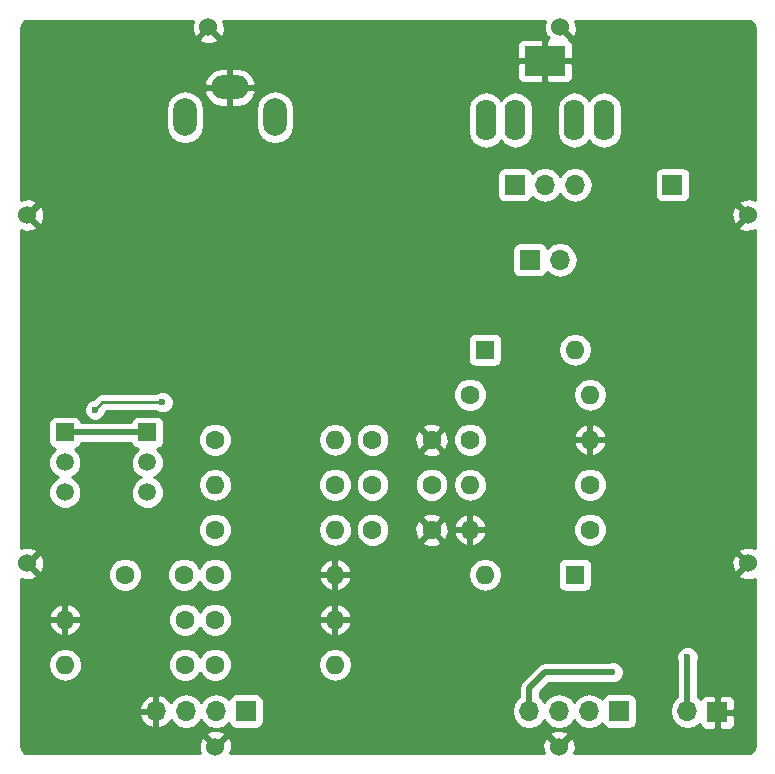
<source format=gbl>
G04 #@! TF.FileFunction,Copper,L2,Bot,Signal*
%FSLAX46Y46*%
G04 Gerber Fmt 4.6, Leading zero omitted, Abs format (unit mm)*
G04 Created by KiCad (PCBNEW 4.0.7) date 06/26/19 16:31:47*
%MOMM*%
%LPD*%
G01*
G04 APERTURE LIST*
%ADD10C,0.100000*%
%ADD11O,1.998980X3.197860*%
%ADD12O,3.197860X1.998980*%
%ADD13C,1.600000*%
%ADD14R,1.600000X1.600000*%
%ADD15O,1.600000X1.600000*%
%ADD16R,1.700000X1.700000*%
%ADD17O,1.700000X1.700000*%
%ADD18R,3.500000X2.500000*%
%ADD19O,1.750000X3.500000*%
%ADD20C,1.524000*%
%ADD21C,1.520000*%
%ADD22R,1.520000X1.520000*%
%ADD23C,0.600000*%
%ADD24C,0.250000*%
%ADD25C,0.500000*%
%ADD26C,0.254000*%
G04 APERTURE END LIST*
D10*
D11*
X133350000Y-71120000D03*
D12*
X137160000Y-68580000D03*
D11*
X140970000Y-71120000D03*
D13*
X149225000Y-102235000D03*
X154225000Y-102235000D03*
X149225000Y-98425000D03*
X154225000Y-98425000D03*
X149225000Y-106045000D03*
X154225000Y-106045000D03*
X128270000Y-109855000D03*
X133270000Y-109855000D03*
D14*
X158750000Y-90805000D03*
D15*
X166370000Y-90805000D03*
D14*
X166370000Y-109855000D03*
D15*
X158750000Y-109855000D03*
D16*
X178435000Y-121515000D03*
D17*
X175895000Y-121400000D03*
D16*
X138515000Y-121400000D03*
D17*
X135975000Y-121400000D03*
X133435000Y-121400000D03*
X130895000Y-121400000D03*
D16*
X170115000Y-121400000D03*
D17*
X167575000Y-121400000D03*
X165035000Y-121400000D03*
X162495000Y-121400000D03*
D16*
X174625000Y-76835000D03*
D18*
X163830000Y-66349000D03*
D19*
X168830000Y-71355000D03*
X158830000Y-71355000D03*
X166330000Y-71355000D03*
X161330000Y-71355000D03*
D16*
X162560000Y-83185000D03*
D17*
X165100000Y-83185000D03*
D16*
X161290000Y-76835000D03*
D17*
X163830000Y-76835000D03*
X166370000Y-76835000D03*
D13*
X167640000Y-102235000D03*
D15*
X157480000Y-102235000D03*
D13*
X146050000Y-102235000D03*
D15*
X135890000Y-102235000D03*
D13*
X167640000Y-106045000D03*
D15*
X157480000Y-106045000D03*
D13*
X157480000Y-94615000D03*
D15*
X167640000Y-94615000D03*
D13*
X157480000Y-98425000D03*
D15*
X167640000Y-98425000D03*
D13*
X133350000Y-117475000D03*
D15*
X123190000Y-117475000D03*
D13*
X133350000Y-113665000D03*
D15*
X123190000Y-113665000D03*
D13*
X135890000Y-98425000D03*
D15*
X146050000Y-98425000D03*
D13*
X135890000Y-117475000D03*
D15*
X146050000Y-117475000D03*
D13*
X135890000Y-106045000D03*
D15*
X146050000Y-106045000D03*
D13*
X135890000Y-109855000D03*
D15*
X146050000Y-109855000D03*
D13*
X135890000Y-113665000D03*
D15*
X146050000Y-113665000D03*
D20*
X120015000Y-79400000D03*
X135915000Y-124400000D03*
X181015000Y-108892000D03*
X165115000Y-63500000D03*
X181015000Y-79400000D03*
X165015000Y-124400000D03*
X120015000Y-108892000D03*
X135315000Y-63500000D03*
D21*
X123190000Y-100330000D03*
X123190000Y-102870000D03*
D22*
X123190000Y-97790000D03*
D21*
X130175000Y-100330000D03*
X130175000Y-102870000D03*
D22*
X130175000Y-97790000D03*
D23*
X131445000Y-95250000D03*
X125730000Y-95885000D03*
X175895000Y-116840000D03*
X169545000Y-118110000D03*
D24*
X125730000Y-95885000D02*
X126365000Y-95250000D01*
X126365000Y-95250000D02*
X131445000Y-95250000D01*
D25*
X123190000Y-97790000D02*
X130175000Y-97790000D01*
X175895000Y-121400000D02*
X175895000Y-116840000D01*
X162495000Y-119445000D02*
X163830000Y-118110000D01*
X163830000Y-118110000D02*
X169545000Y-118110000D01*
X162495000Y-121400000D02*
X162495000Y-119445000D01*
D26*
G36*
X133905856Y-63292302D02*
X133933638Y-63847368D01*
X134092603Y-64231143D01*
X134334787Y-64300608D01*
X135135395Y-63500000D01*
X135121253Y-63485858D01*
X135300858Y-63306253D01*
X135315000Y-63320395D01*
X135329143Y-63306253D01*
X135508748Y-63485858D01*
X135494605Y-63500000D01*
X136295213Y-64300608D01*
X136537397Y-64231143D01*
X136724144Y-63707698D01*
X136696362Y-63152632D01*
X136608287Y-62940000D01*
X163831545Y-62940000D01*
X163705856Y-63292302D01*
X163733638Y-63847368D01*
X163892603Y-64231143D01*
X164134785Y-64300607D01*
X164019774Y-64415618D01*
X164091953Y-64487797D01*
X163957000Y-64622750D01*
X163957000Y-66222000D01*
X166056250Y-66222000D01*
X166215000Y-66063250D01*
X166215000Y-64972690D01*
X166118327Y-64739301D01*
X165939698Y-64560673D01*
X165897539Y-64543210D01*
X165915608Y-64480213D01*
X165115000Y-63679605D01*
X165100858Y-63693748D01*
X164921253Y-63514143D01*
X164935395Y-63500000D01*
X164921253Y-63485858D01*
X165100858Y-63306253D01*
X165115000Y-63320395D01*
X165129143Y-63306253D01*
X165308748Y-63485858D01*
X165294605Y-63500000D01*
X166095213Y-64300608D01*
X166337397Y-64231143D01*
X166524144Y-63707698D01*
X166496362Y-63152632D01*
X166408287Y-62940000D01*
X180945070Y-62940000D01*
X181223979Y-62995478D01*
X181401145Y-63113856D01*
X181519521Y-63291019D01*
X181575000Y-63569931D01*
X181575000Y-78116545D01*
X181222698Y-77990856D01*
X180667632Y-78018638D01*
X180283857Y-78177603D01*
X180214392Y-78419787D01*
X181015000Y-79220395D01*
X181029143Y-79206253D01*
X181208748Y-79385858D01*
X181194605Y-79400000D01*
X181208748Y-79414143D01*
X181029143Y-79593748D01*
X181015000Y-79579605D01*
X180214392Y-80380213D01*
X180283857Y-80622397D01*
X180807302Y-80809144D01*
X181362368Y-80781362D01*
X181575000Y-80693287D01*
X181575000Y-107608545D01*
X181222698Y-107482856D01*
X180667632Y-107510638D01*
X180283857Y-107669603D01*
X180214392Y-107911787D01*
X181015000Y-108712395D01*
X181029143Y-108698253D01*
X181208748Y-108877858D01*
X181194605Y-108892000D01*
X181208748Y-108906143D01*
X181029143Y-109085748D01*
X181015000Y-109071605D01*
X180214392Y-109872213D01*
X180283857Y-110114397D01*
X180807302Y-110301144D01*
X181362368Y-110273362D01*
X181575000Y-110185287D01*
X181575000Y-124330069D01*
X181519521Y-124608981D01*
X181401145Y-124786144D01*
X181223979Y-124904522D01*
X180945070Y-124960000D01*
X166298455Y-124960000D01*
X166424144Y-124607698D01*
X166396362Y-124052632D01*
X166237397Y-123668857D01*
X165995213Y-123599392D01*
X165194605Y-124400000D01*
X165208748Y-124414143D01*
X165029143Y-124593748D01*
X165015000Y-124579605D01*
X165000858Y-124593748D01*
X164821253Y-124414143D01*
X164835395Y-124400000D01*
X164034787Y-123599392D01*
X163792603Y-123668857D01*
X163605856Y-124192302D01*
X163633638Y-124747368D01*
X163721713Y-124960000D01*
X137198455Y-124960000D01*
X137324144Y-124607698D01*
X137296362Y-124052632D01*
X137137397Y-123668857D01*
X136895213Y-123599392D01*
X136094605Y-124400000D01*
X136108748Y-124414143D01*
X135929143Y-124593748D01*
X135915000Y-124579605D01*
X135900858Y-124593748D01*
X135721253Y-124414143D01*
X135735395Y-124400000D01*
X134934787Y-123599392D01*
X134692603Y-123668857D01*
X134505856Y-124192302D01*
X134533638Y-124747368D01*
X134621713Y-124960000D01*
X120084931Y-124960000D01*
X119806019Y-124904521D01*
X119628856Y-124786145D01*
X119510478Y-124608979D01*
X119455000Y-124330070D01*
X119455000Y-123419787D01*
X135114392Y-123419787D01*
X135915000Y-124220395D01*
X136715608Y-123419787D01*
X164214392Y-123419787D01*
X165015000Y-124220395D01*
X165815608Y-123419787D01*
X165746143Y-123177603D01*
X165222698Y-122990856D01*
X164667632Y-123018638D01*
X164283857Y-123177603D01*
X164214392Y-123419787D01*
X136715608Y-123419787D01*
X136646143Y-123177603D01*
X136122698Y-122990856D01*
X135567632Y-123018638D01*
X135183857Y-123177603D01*
X135114392Y-123419787D01*
X119455000Y-123419787D01*
X119455000Y-121756892D01*
X129453514Y-121756892D01*
X129699817Y-122281358D01*
X130128076Y-122671645D01*
X130538110Y-122841476D01*
X130768000Y-122720155D01*
X130768000Y-121527000D01*
X129574181Y-121527000D01*
X129453514Y-121756892D01*
X119455000Y-121756892D01*
X119455000Y-121043108D01*
X129453514Y-121043108D01*
X129574181Y-121273000D01*
X130768000Y-121273000D01*
X130768000Y-120079845D01*
X131022000Y-120079845D01*
X131022000Y-121273000D01*
X131042000Y-121273000D01*
X131042000Y-121527000D01*
X131022000Y-121527000D01*
X131022000Y-122720155D01*
X131251890Y-122841476D01*
X131661924Y-122671645D01*
X132090183Y-122281358D01*
X132157298Y-122138447D01*
X132384946Y-122479147D01*
X132866715Y-122801054D01*
X133435000Y-122914093D01*
X134003285Y-122801054D01*
X134485054Y-122479147D01*
X134705000Y-122149974D01*
X134924946Y-122479147D01*
X135406715Y-122801054D01*
X135975000Y-122914093D01*
X136543285Y-122801054D01*
X137025054Y-122479147D01*
X137052850Y-122437548D01*
X137061838Y-122485317D01*
X137200910Y-122701441D01*
X137413110Y-122846431D01*
X137665000Y-122897440D01*
X139365000Y-122897440D01*
X139600317Y-122853162D01*
X139816441Y-122714090D01*
X139961431Y-122501890D01*
X140012440Y-122250000D01*
X140012440Y-121370907D01*
X161010000Y-121370907D01*
X161010000Y-121429093D01*
X161123039Y-121997378D01*
X161444946Y-122479147D01*
X161926715Y-122801054D01*
X162495000Y-122914093D01*
X163063285Y-122801054D01*
X163545054Y-122479147D01*
X163765000Y-122149974D01*
X163984946Y-122479147D01*
X164466715Y-122801054D01*
X165035000Y-122914093D01*
X165603285Y-122801054D01*
X166085054Y-122479147D01*
X166305000Y-122149974D01*
X166524946Y-122479147D01*
X167006715Y-122801054D01*
X167575000Y-122914093D01*
X168143285Y-122801054D01*
X168625054Y-122479147D01*
X168652850Y-122437548D01*
X168661838Y-122485317D01*
X168800910Y-122701441D01*
X169013110Y-122846431D01*
X169265000Y-122897440D01*
X170965000Y-122897440D01*
X171200317Y-122853162D01*
X171416441Y-122714090D01*
X171561431Y-122501890D01*
X171612440Y-122250000D01*
X171612440Y-121370907D01*
X174410000Y-121370907D01*
X174410000Y-121429093D01*
X174523039Y-121997378D01*
X174844946Y-122479147D01*
X175326715Y-122801054D01*
X175895000Y-122914093D01*
X176463285Y-122801054D01*
X176945054Y-122479147D01*
X176950000Y-122471745D01*
X176950000Y-122491309D01*
X177046673Y-122724698D01*
X177225301Y-122903327D01*
X177458690Y-123000000D01*
X178149250Y-123000000D01*
X178308000Y-122841250D01*
X178308000Y-121642000D01*
X178562000Y-121642000D01*
X178562000Y-122841250D01*
X178720750Y-123000000D01*
X179411310Y-123000000D01*
X179644699Y-122903327D01*
X179823327Y-122724698D01*
X179920000Y-122491309D01*
X179920000Y-121800750D01*
X179761250Y-121642000D01*
X178562000Y-121642000D01*
X178308000Y-121642000D01*
X178288000Y-121642000D01*
X178288000Y-121388000D01*
X178308000Y-121388000D01*
X178308000Y-120188750D01*
X178562000Y-120188750D01*
X178562000Y-121388000D01*
X179761250Y-121388000D01*
X179920000Y-121229250D01*
X179920000Y-120538691D01*
X179823327Y-120305302D01*
X179644699Y-120126673D01*
X179411310Y-120030000D01*
X178720750Y-120030000D01*
X178562000Y-120188750D01*
X178308000Y-120188750D01*
X178149250Y-120030000D01*
X177458690Y-120030000D01*
X177225301Y-120126673D01*
X177046673Y-120305302D01*
X177003809Y-120408786D01*
X176945054Y-120320853D01*
X176780000Y-120210568D01*
X176780000Y-117146822D01*
X176829838Y-117026799D01*
X176830162Y-116654833D01*
X176688117Y-116311057D01*
X176425327Y-116047808D01*
X176081799Y-115905162D01*
X175709833Y-115904838D01*
X175366057Y-116046883D01*
X175102808Y-116309673D01*
X174960162Y-116653201D01*
X174959838Y-117025167D01*
X175010000Y-117146569D01*
X175010000Y-120210568D01*
X174844946Y-120320853D01*
X174523039Y-120802622D01*
X174410000Y-121370907D01*
X171612440Y-121370907D01*
X171612440Y-120550000D01*
X171568162Y-120314683D01*
X171429090Y-120098559D01*
X171216890Y-119953569D01*
X170965000Y-119902560D01*
X169265000Y-119902560D01*
X169029683Y-119946838D01*
X168813559Y-120085910D01*
X168668569Y-120298110D01*
X168654914Y-120365541D01*
X168625054Y-120320853D01*
X168143285Y-119998946D01*
X167575000Y-119885907D01*
X167006715Y-119998946D01*
X166524946Y-120320853D01*
X166305000Y-120650026D01*
X166085054Y-120320853D01*
X165603285Y-119998946D01*
X165035000Y-119885907D01*
X164466715Y-119998946D01*
X163984946Y-120320853D01*
X163765000Y-120650026D01*
X163545054Y-120320853D01*
X163380000Y-120210568D01*
X163380000Y-119811580D01*
X164196579Y-118995000D01*
X169238178Y-118995000D01*
X169358201Y-119044838D01*
X169730167Y-119045162D01*
X170073943Y-118903117D01*
X170337192Y-118640327D01*
X170479838Y-118296799D01*
X170480162Y-117924833D01*
X170338117Y-117581057D01*
X170075327Y-117317808D01*
X169731799Y-117175162D01*
X169359833Y-117174838D01*
X169238431Y-117225000D01*
X163830005Y-117225000D01*
X163830000Y-117224999D01*
X163491325Y-117292367D01*
X163204210Y-117484210D01*
X163204208Y-117484213D01*
X161869210Y-118819210D01*
X161677367Y-119106325D01*
X161677367Y-119106326D01*
X161609999Y-119445000D01*
X161610000Y-119445005D01*
X161610000Y-120210568D01*
X161444946Y-120320853D01*
X161123039Y-120802622D01*
X161010000Y-121370907D01*
X140012440Y-121370907D01*
X140012440Y-120550000D01*
X139968162Y-120314683D01*
X139829090Y-120098559D01*
X139616890Y-119953569D01*
X139365000Y-119902560D01*
X137665000Y-119902560D01*
X137429683Y-119946838D01*
X137213559Y-120085910D01*
X137068569Y-120298110D01*
X137054914Y-120365541D01*
X137025054Y-120320853D01*
X136543285Y-119998946D01*
X135975000Y-119885907D01*
X135406715Y-119998946D01*
X134924946Y-120320853D01*
X134705000Y-120650026D01*
X134485054Y-120320853D01*
X134003285Y-119998946D01*
X133435000Y-119885907D01*
X132866715Y-119998946D01*
X132384946Y-120320853D01*
X132157298Y-120661553D01*
X132090183Y-120518642D01*
X131661924Y-120128355D01*
X131251890Y-119958524D01*
X131022000Y-120079845D01*
X130768000Y-120079845D01*
X130538110Y-119958524D01*
X130128076Y-120128355D01*
X129699817Y-120518642D01*
X129453514Y-121043108D01*
X119455000Y-121043108D01*
X119455000Y-117475000D01*
X121726887Y-117475000D01*
X121836120Y-118024151D01*
X122147189Y-118489698D01*
X122612736Y-118800767D01*
X123161887Y-118910000D01*
X123218113Y-118910000D01*
X123767264Y-118800767D01*
X124232811Y-118489698D01*
X124543880Y-118024151D01*
X124596584Y-117759187D01*
X131914752Y-117759187D01*
X132132757Y-118286800D01*
X132536077Y-118690824D01*
X133063309Y-118909750D01*
X133634187Y-118910248D01*
X134161800Y-118692243D01*
X134565824Y-118288923D01*
X134619862Y-118158785D01*
X134672757Y-118286800D01*
X135076077Y-118690824D01*
X135603309Y-118909750D01*
X136174187Y-118910248D01*
X136701800Y-118692243D01*
X137105824Y-118288923D01*
X137324750Y-117761691D01*
X137325000Y-117475000D01*
X144586887Y-117475000D01*
X144696120Y-118024151D01*
X145007189Y-118489698D01*
X145472736Y-118800767D01*
X146021887Y-118910000D01*
X146078113Y-118910000D01*
X146627264Y-118800767D01*
X147092811Y-118489698D01*
X147403880Y-118024151D01*
X147513113Y-117475000D01*
X147403880Y-116925849D01*
X147092811Y-116460302D01*
X146627264Y-116149233D01*
X146078113Y-116040000D01*
X146021887Y-116040000D01*
X145472736Y-116149233D01*
X145007189Y-116460302D01*
X144696120Y-116925849D01*
X144586887Y-117475000D01*
X137325000Y-117475000D01*
X137325248Y-117190813D01*
X137107243Y-116663200D01*
X136703923Y-116259176D01*
X136176691Y-116040250D01*
X135605813Y-116039752D01*
X135078200Y-116257757D01*
X134674176Y-116661077D01*
X134620138Y-116791215D01*
X134567243Y-116663200D01*
X134163923Y-116259176D01*
X133636691Y-116040250D01*
X133065813Y-116039752D01*
X132538200Y-116257757D01*
X132134176Y-116661077D01*
X131915250Y-117188309D01*
X131914752Y-117759187D01*
X124596584Y-117759187D01*
X124653113Y-117475000D01*
X124543880Y-116925849D01*
X124232811Y-116460302D01*
X123767264Y-116149233D01*
X123218113Y-116040000D01*
X123161887Y-116040000D01*
X122612736Y-116149233D01*
X122147189Y-116460302D01*
X121836120Y-116925849D01*
X121726887Y-117475000D01*
X119455000Y-117475000D01*
X119455000Y-114014039D01*
X121798096Y-114014039D01*
X121958959Y-114402423D01*
X122334866Y-114817389D01*
X122840959Y-115056914D01*
X123063000Y-114935629D01*
X123063000Y-113792000D01*
X123317000Y-113792000D01*
X123317000Y-114935629D01*
X123539041Y-115056914D01*
X124045134Y-114817389D01*
X124421041Y-114402423D01*
X124581904Y-114014039D01*
X124546275Y-113949187D01*
X131914752Y-113949187D01*
X132132757Y-114476800D01*
X132536077Y-114880824D01*
X133063309Y-115099750D01*
X133634187Y-115100248D01*
X134161800Y-114882243D01*
X134565824Y-114478923D01*
X134619862Y-114348785D01*
X134672757Y-114476800D01*
X135076077Y-114880824D01*
X135603309Y-115099750D01*
X136174187Y-115100248D01*
X136701800Y-114882243D01*
X137105824Y-114478923D01*
X137298860Y-114014039D01*
X144658096Y-114014039D01*
X144818959Y-114402423D01*
X145194866Y-114817389D01*
X145700959Y-115056914D01*
X145923000Y-114935629D01*
X145923000Y-113792000D01*
X146177000Y-113792000D01*
X146177000Y-114935629D01*
X146399041Y-115056914D01*
X146905134Y-114817389D01*
X147281041Y-114402423D01*
X147441904Y-114014039D01*
X147319915Y-113792000D01*
X146177000Y-113792000D01*
X145923000Y-113792000D01*
X144780085Y-113792000D01*
X144658096Y-114014039D01*
X137298860Y-114014039D01*
X137324750Y-113951691D01*
X137325248Y-113380813D01*
X137298452Y-113315961D01*
X144658096Y-113315961D01*
X144780085Y-113538000D01*
X145923000Y-113538000D01*
X145923000Y-112394371D01*
X146177000Y-112394371D01*
X146177000Y-113538000D01*
X147319915Y-113538000D01*
X147441904Y-113315961D01*
X147281041Y-112927577D01*
X146905134Y-112512611D01*
X146399041Y-112273086D01*
X146177000Y-112394371D01*
X145923000Y-112394371D01*
X145700959Y-112273086D01*
X145194866Y-112512611D01*
X144818959Y-112927577D01*
X144658096Y-113315961D01*
X137298452Y-113315961D01*
X137107243Y-112853200D01*
X136703923Y-112449176D01*
X136176691Y-112230250D01*
X135605813Y-112229752D01*
X135078200Y-112447757D01*
X134674176Y-112851077D01*
X134620138Y-112981215D01*
X134567243Y-112853200D01*
X134163923Y-112449176D01*
X133636691Y-112230250D01*
X133065813Y-112229752D01*
X132538200Y-112447757D01*
X132134176Y-112851077D01*
X131915250Y-113378309D01*
X131914752Y-113949187D01*
X124546275Y-113949187D01*
X124459915Y-113792000D01*
X123317000Y-113792000D01*
X123063000Y-113792000D01*
X121920085Y-113792000D01*
X121798096Y-114014039D01*
X119455000Y-114014039D01*
X119455000Y-113315961D01*
X121798096Y-113315961D01*
X121920085Y-113538000D01*
X123063000Y-113538000D01*
X123063000Y-112394371D01*
X123317000Y-112394371D01*
X123317000Y-113538000D01*
X124459915Y-113538000D01*
X124581904Y-113315961D01*
X124421041Y-112927577D01*
X124045134Y-112512611D01*
X123539041Y-112273086D01*
X123317000Y-112394371D01*
X123063000Y-112394371D01*
X122840959Y-112273086D01*
X122334866Y-112512611D01*
X121958959Y-112927577D01*
X121798096Y-113315961D01*
X119455000Y-113315961D01*
X119455000Y-110175455D01*
X119807302Y-110301144D01*
X120362368Y-110273362D01*
X120686294Y-110139187D01*
X126834752Y-110139187D01*
X127052757Y-110666800D01*
X127456077Y-111070824D01*
X127983309Y-111289750D01*
X128554187Y-111290248D01*
X129081800Y-111072243D01*
X129485824Y-110668923D01*
X129704750Y-110141691D01*
X129704752Y-110139187D01*
X131834752Y-110139187D01*
X132052757Y-110666800D01*
X132456077Y-111070824D01*
X132983309Y-111289750D01*
X133554187Y-111290248D01*
X134081800Y-111072243D01*
X134485824Y-110668923D01*
X134579961Y-110442216D01*
X134672757Y-110666800D01*
X135076077Y-111070824D01*
X135603309Y-111289750D01*
X136174187Y-111290248D01*
X136701800Y-111072243D01*
X137105824Y-110668923D01*
X137298860Y-110204039D01*
X144658096Y-110204039D01*
X144818959Y-110592423D01*
X145194866Y-111007389D01*
X145700959Y-111246914D01*
X145923000Y-111125629D01*
X145923000Y-109982000D01*
X146177000Y-109982000D01*
X146177000Y-111125629D01*
X146399041Y-111246914D01*
X146905134Y-111007389D01*
X147281041Y-110592423D01*
X147441904Y-110204039D01*
X147319915Y-109982000D01*
X146177000Y-109982000D01*
X145923000Y-109982000D01*
X144780085Y-109982000D01*
X144658096Y-110204039D01*
X137298860Y-110204039D01*
X137324750Y-110141691D01*
X137325000Y-109855000D01*
X157286887Y-109855000D01*
X157396120Y-110404151D01*
X157707189Y-110869698D01*
X158172736Y-111180767D01*
X158721887Y-111290000D01*
X158778113Y-111290000D01*
X159327264Y-111180767D01*
X159792811Y-110869698D01*
X160103880Y-110404151D01*
X160213113Y-109855000D01*
X160103880Y-109305849D01*
X159936268Y-109055000D01*
X164922560Y-109055000D01*
X164922560Y-110655000D01*
X164966838Y-110890317D01*
X165105910Y-111106441D01*
X165318110Y-111251431D01*
X165570000Y-111302440D01*
X167170000Y-111302440D01*
X167405317Y-111258162D01*
X167621441Y-111119090D01*
X167766431Y-110906890D01*
X167817440Y-110655000D01*
X167817440Y-109055000D01*
X167773162Y-108819683D01*
X167686047Y-108684302D01*
X179605856Y-108684302D01*
X179633638Y-109239368D01*
X179792603Y-109623143D01*
X180034787Y-109692608D01*
X180835395Y-108892000D01*
X180034787Y-108091392D01*
X179792603Y-108160857D01*
X179605856Y-108684302D01*
X167686047Y-108684302D01*
X167634090Y-108603559D01*
X167421890Y-108458569D01*
X167170000Y-108407560D01*
X165570000Y-108407560D01*
X165334683Y-108451838D01*
X165118559Y-108590910D01*
X164973569Y-108803110D01*
X164922560Y-109055000D01*
X159936268Y-109055000D01*
X159792811Y-108840302D01*
X159327264Y-108529233D01*
X158778113Y-108420000D01*
X158721887Y-108420000D01*
X158172736Y-108529233D01*
X157707189Y-108840302D01*
X157396120Y-109305849D01*
X157286887Y-109855000D01*
X137325000Y-109855000D01*
X137325248Y-109570813D01*
X137298452Y-109505961D01*
X144658096Y-109505961D01*
X144780085Y-109728000D01*
X145923000Y-109728000D01*
X145923000Y-108584371D01*
X146177000Y-108584371D01*
X146177000Y-109728000D01*
X147319915Y-109728000D01*
X147441904Y-109505961D01*
X147281041Y-109117577D01*
X146905134Y-108702611D01*
X146399041Y-108463086D01*
X146177000Y-108584371D01*
X145923000Y-108584371D01*
X145700959Y-108463086D01*
X145194866Y-108702611D01*
X144818959Y-109117577D01*
X144658096Y-109505961D01*
X137298452Y-109505961D01*
X137107243Y-109043200D01*
X136703923Y-108639176D01*
X136176691Y-108420250D01*
X135605813Y-108419752D01*
X135078200Y-108637757D01*
X134674176Y-109041077D01*
X134580039Y-109267784D01*
X134487243Y-109043200D01*
X134083923Y-108639176D01*
X133556691Y-108420250D01*
X132985813Y-108419752D01*
X132458200Y-108637757D01*
X132054176Y-109041077D01*
X131835250Y-109568309D01*
X131834752Y-110139187D01*
X129704752Y-110139187D01*
X129705248Y-109570813D01*
X129487243Y-109043200D01*
X129083923Y-108639176D01*
X128556691Y-108420250D01*
X127985813Y-108419752D01*
X127458200Y-108637757D01*
X127054176Y-109041077D01*
X126835250Y-109568309D01*
X126834752Y-110139187D01*
X120686294Y-110139187D01*
X120746143Y-110114397D01*
X120815608Y-109872213D01*
X120015000Y-109071605D01*
X120000858Y-109085748D01*
X119821253Y-108906143D01*
X119835395Y-108892000D01*
X120194605Y-108892000D01*
X120995213Y-109692608D01*
X121237397Y-109623143D01*
X121424144Y-109099698D01*
X121396362Y-108544632D01*
X121237397Y-108160857D01*
X120995213Y-108091392D01*
X120194605Y-108892000D01*
X119835395Y-108892000D01*
X119821253Y-108877858D01*
X120000858Y-108698253D01*
X120015000Y-108712395D01*
X120815608Y-107911787D01*
X120746143Y-107669603D01*
X120222698Y-107482856D01*
X119667632Y-107510638D01*
X119455000Y-107598713D01*
X119455000Y-106329187D01*
X134454752Y-106329187D01*
X134672757Y-106856800D01*
X135076077Y-107260824D01*
X135603309Y-107479750D01*
X136174187Y-107480248D01*
X136701800Y-107262243D01*
X137105824Y-106858923D01*
X137324750Y-106331691D01*
X137325000Y-106045000D01*
X144586887Y-106045000D01*
X144696120Y-106594151D01*
X145007189Y-107059698D01*
X145472736Y-107370767D01*
X146021887Y-107480000D01*
X146078113Y-107480000D01*
X146627264Y-107370767D01*
X147092811Y-107059698D01*
X147403880Y-106594151D01*
X147456584Y-106329187D01*
X147789752Y-106329187D01*
X148007757Y-106856800D01*
X148411077Y-107260824D01*
X148938309Y-107479750D01*
X149509187Y-107480248D01*
X150036800Y-107262243D01*
X150246663Y-107052745D01*
X153396861Y-107052745D01*
X153470995Y-107298864D01*
X154008223Y-107491965D01*
X154578454Y-107464778D01*
X154979005Y-107298864D01*
X155053139Y-107052745D01*
X154225000Y-106224605D01*
X153396861Y-107052745D01*
X150246663Y-107052745D01*
X150440824Y-106858923D01*
X150659750Y-106331691D01*
X150660189Y-105828223D01*
X152778035Y-105828223D01*
X152805222Y-106398454D01*
X152971136Y-106799005D01*
X153217255Y-106873139D01*
X154045395Y-106045000D01*
X154404605Y-106045000D01*
X155232745Y-106873139D01*
X155478864Y-106799005D01*
X155624424Y-106394039D01*
X156088096Y-106394039D01*
X156248959Y-106782423D01*
X156624866Y-107197389D01*
X157130959Y-107436914D01*
X157353000Y-107315629D01*
X157353000Y-106172000D01*
X157607000Y-106172000D01*
X157607000Y-107315629D01*
X157829041Y-107436914D01*
X158335134Y-107197389D01*
X158711041Y-106782423D01*
X158871904Y-106394039D01*
X158836275Y-106329187D01*
X166204752Y-106329187D01*
X166422757Y-106856800D01*
X166826077Y-107260824D01*
X167353309Y-107479750D01*
X167924187Y-107480248D01*
X168451800Y-107262243D01*
X168855824Y-106858923D01*
X169074750Y-106331691D01*
X169075248Y-105760813D01*
X168857243Y-105233200D01*
X168453923Y-104829176D01*
X167926691Y-104610250D01*
X167355813Y-104609752D01*
X166828200Y-104827757D01*
X166424176Y-105231077D01*
X166205250Y-105758309D01*
X166204752Y-106329187D01*
X158836275Y-106329187D01*
X158749915Y-106172000D01*
X157607000Y-106172000D01*
X157353000Y-106172000D01*
X156210085Y-106172000D01*
X156088096Y-106394039D01*
X155624424Y-106394039D01*
X155671965Y-106261777D01*
X155644989Y-105695961D01*
X156088096Y-105695961D01*
X156210085Y-105918000D01*
X157353000Y-105918000D01*
X157353000Y-104774371D01*
X157607000Y-104774371D01*
X157607000Y-105918000D01*
X158749915Y-105918000D01*
X158871904Y-105695961D01*
X158711041Y-105307577D01*
X158335134Y-104892611D01*
X157829041Y-104653086D01*
X157607000Y-104774371D01*
X157353000Y-104774371D01*
X157130959Y-104653086D01*
X156624866Y-104892611D01*
X156248959Y-105307577D01*
X156088096Y-105695961D01*
X155644989Y-105695961D01*
X155644778Y-105691546D01*
X155478864Y-105290995D01*
X155232745Y-105216861D01*
X154404605Y-106045000D01*
X154045395Y-106045000D01*
X153217255Y-105216861D01*
X152971136Y-105290995D01*
X152778035Y-105828223D01*
X150660189Y-105828223D01*
X150660248Y-105760813D01*
X150442243Y-105233200D01*
X150246640Y-105037255D01*
X153396861Y-105037255D01*
X154225000Y-105865395D01*
X155053139Y-105037255D01*
X154979005Y-104791136D01*
X154441777Y-104598035D01*
X153871546Y-104625222D01*
X153470995Y-104791136D01*
X153396861Y-105037255D01*
X150246640Y-105037255D01*
X150038923Y-104829176D01*
X149511691Y-104610250D01*
X148940813Y-104609752D01*
X148413200Y-104827757D01*
X148009176Y-105231077D01*
X147790250Y-105758309D01*
X147789752Y-106329187D01*
X147456584Y-106329187D01*
X147513113Y-106045000D01*
X147403880Y-105495849D01*
X147092811Y-105030302D01*
X146627264Y-104719233D01*
X146078113Y-104610000D01*
X146021887Y-104610000D01*
X145472736Y-104719233D01*
X145007189Y-105030302D01*
X144696120Y-105495849D01*
X144586887Y-106045000D01*
X137325000Y-106045000D01*
X137325248Y-105760813D01*
X137107243Y-105233200D01*
X136703923Y-104829176D01*
X136176691Y-104610250D01*
X135605813Y-104609752D01*
X135078200Y-104827757D01*
X134674176Y-105231077D01*
X134455250Y-105758309D01*
X134454752Y-106329187D01*
X119455000Y-106329187D01*
X119455000Y-97030000D01*
X121782560Y-97030000D01*
X121782560Y-98550000D01*
X121826838Y-98785317D01*
X121965910Y-99001441D01*
X122178110Y-99146431D01*
X122363480Y-99183969D01*
X122008066Y-99538764D01*
X121795242Y-100051300D01*
X121794758Y-100606265D01*
X122006687Y-101119172D01*
X122398764Y-101511934D01*
X122610738Y-101599954D01*
X122400828Y-101686687D01*
X122008066Y-102078764D01*
X121795242Y-102591300D01*
X121794758Y-103146265D01*
X122006687Y-103659172D01*
X122398764Y-104051934D01*
X122911300Y-104264758D01*
X123466265Y-104265242D01*
X123979172Y-104053313D01*
X124371934Y-103661236D01*
X124584758Y-103148700D01*
X124585242Y-102593735D01*
X124373313Y-102080828D01*
X123981236Y-101688066D01*
X123769262Y-101600046D01*
X123979172Y-101513313D01*
X124371934Y-101121236D01*
X124584758Y-100608700D01*
X124585242Y-100053735D01*
X124373313Y-99540828D01*
X124017790Y-99184684D01*
X124185317Y-99153162D01*
X124401441Y-99014090D01*
X124546431Y-98801890D01*
X124572127Y-98675000D01*
X128791080Y-98675000D01*
X128811838Y-98785317D01*
X128950910Y-99001441D01*
X129163110Y-99146431D01*
X129348480Y-99183969D01*
X128993066Y-99538764D01*
X128780242Y-100051300D01*
X128779758Y-100606265D01*
X128991687Y-101119172D01*
X129383764Y-101511934D01*
X129595738Y-101599954D01*
X129385828Y-101686687D01*
X128993066Y-102078764D01*
X128780242Y-102591300D01*
X128779758Y-103146265D01*
X128991687Y-103659172D01*
X129383764Y-104051934D01*
X129896300Y-104264758D01*
X130451265Y-104265242D01*
X130964172Y-104053313D01*
X131356934Y-103661236D01*
X131569758Y-103148700D01*
X131570242Y-102593735D01*
X131422016Y-102235000D01*
X134426887Y-102235000D01*
X134536120Y-102784151D01*
X134847189Y-103249698D01*
X135312736Y-103560767D01*
X135861887Y-103670000D01*
X135918113Y-103670000D01*
X136467264Y-103560767D01*
X136932811Y-103249698D01*
X137243880Y-102784151D01*
X137296584Y-102519187D01*
X144614752Y-102519187D01*
X144832757Y-103046800D01*
X145236077Y-103450824D01*
X145763309Y-103669750D01*
X146334187Y-103670248D01*
X146861800Y-103452243D01*
X147265824Y-103048923D01*
X147484750Y-102521691D01*
X147484752Y-102519187D01*
X147789752Y-102519187D01*
X148007757Y-103046800D01*
X148411077Y-103450824D01*
X148938309Y-103669750D01*
X149509187Y-103670248D01*
X150036800Y-103452243D01*
X150440824Y-103048923D01*
X150659750Y-102521691D01*
X150659752Y-102519187D01*
X152789752Y-102519187D01*
X153007757Y-103046800D01*
X153411077Y-103450824D01*
X153938309Y-103669750D01*
X154509187Y-103670248D01*
X155036800Y-103452243D01*
X155440824Y-103048923D01*
X155659750Y-102521691D01*
X155660000Y-102235000D01*
X156016887Y-102235000D01*
X156126120Y-102784151D01*
X156437189Y-103249698D01*
X156902736Y-103560767D01*
X157451887Y-103670000D01*
X157508113Y-103670000D01*
X158057264Y-103560767D01*
X158522811Y-103249698D01*
X158833880Y-102784151D01*
X158886584Y-102519187D01*
X166204752Y-102519187D01*
X166422757Y-103046800D01*
X166826077Y-103450824D01*
X167353309Y-103669750D01*
X167924187Y-103670248D01*
X168451800Y-103452243D01*
X168855824Y-103048923D01*
X169074750Y-102521691D01*
X169075248Y-101950813D01*
X168857243Y-101423200D01*
X168453923Y-101019176D01*
X167926691Y-100800250D01*
X167355813Y-100799752D01*
X166828200Y-101017757D01*
X166424176Y-101421077D01*
X166205250Y-101948309D01*
X166204752Y-102519187D01*
X158886584Y-102519187D01*
X158943113Y-102235000D01*
X158833880Y-101685849D01*
X158522811Y-101220302D01*
X158057264Y-100909233D01*
X157508113Y-100800000D01*
X157451887Y-100800000D01*
X156902736Y-100909233D01*
X156437189Y-101220302D01*
X156126120Y-101685849D01*
X156016887Y-102235000D01*
X155660000Y-102235000D01*
X155660248Y-101950813D01*
X155442243Y-101423200D01*
X155038923Y-101019176D01*
X154511691Y-100800250D01*
X153940813Y-100799752D01*
X153413200Y-101017757D01*
X153009176Y-101421077D01*
X152790250Y-101948309D01*
X152789752Y-102519187D01*
X150659752Y-102519187D01*
X150660248Y-101950813D01*
X150442243Y-101423200D01*
X150038923Y-101019176D01*
X149511691Y-100800250D01*
X148940813Y-100799752D01*
X148413200Y-101017757D01*
X148009176Y-101421077D01*
X147790250Y-101948309D01*
X147789752Y-102519187D01*
X147484752Y-102519187D01*
X147485248Y-101950813D01*
X147267243Y-101423200D01*
X146863923Y-101019176D01*
X146336691Y-100800250D01*
X145765813Y-100799752D01*
X145238200Y-101017757D01*
X144834176Y-101421077D01*
X144615250Y-101948309D01*
X144614752Y-102519187D01*
X137296584Y-102519187D01*
X137353113Y-102235000D01*
X137243880Y-101685849D01*
X136932811Y-101220302D01*
X136467264Y-100909233D01*
X135918113Y-100800000D01*
X135861887Y-100800000D01*
X135312736Y-100909233D01*
X134847189Y-101220302D01*
X134536120Y-101685849D01*
X134426887Y-102235000D01*
X131422016Y-102235000D01*
X131358313Y-102080828D01*
X130966236Y-101688066D01*
X130754262Y-101600046D01*
X130964172Y-101513313D01*
X131356934Y-101121236D01*
X131569758Y-100608700D01*
X131570242Y-100053735D01*
X131358313Y-99540828D01*
X131002790Y-99184684D01*
X131170317Y-99153162D01*
X131386441Y-99014090D01*
X131531431Y-98801890D01*
X131550203Y-98709187D01*
X134454752Y-98709187D01*
X134672757Y-99236800D01*
X135076077Y-99640824D01*
X135603309Y-99859750D01*
X136174187Y-99860248D01*
X136701800Y-99642243D01*
X137105824Y-99238923D01*
X137324750Y-98711691D01*
X137325000Y-98425000D01*
X144586887Y-98425000D01*
X144696120Y-98974151D01*
X145007189Y-99439698D01*
X145472736Y-99750767D01*
X146021887Y-99860000D01*
X146078113Y-99860000D01*
X146627264Y-99750767D01*
X147092811Y-99439698D01*
X147403880Y-98974151D01*
X147456584Y-98709187D01*
X147789752Y-98709187D01*
X148007757Y-99236800D01*
X148411077Y-99640824D01*
X148938309Y-99859750D01*
X149509187Y-99860248D01*
X150036800Y-99642243D01*
X150246663Y-99432745D01*
X153396861Y-99432745D01*
X153470995Y-99678864D01*
X154008223Y-99871965D01*
X154578454Y-99844778D01*
X154979005Y-99678864D01*
X155053139Y-99432745D01*
X154225000Y-98604605D01*
X153396861Y-99432745D01*
X150246663Y-99432745D01*
X150440824Y-99238923D01*
X150659750Y-98711691D01*
X150660189Y-98208223D01*
X152778035Y-98208223D01*
X152805222Y-98778454D01*
X152971136Y-99179005D01*
X153217255Y-99253139D01*
X154045395Y-98425000D01*
X154404605Y-98425000D01*
X155232745Y-99253139D01*
X155478864Y-99179005D01*
X155647735Y-98709187D01*
X156044752Y-98709187D01*
X156262757Y-99236800D01*
X156666077Y-99640824D01*
X157193309Y-99859750D01*
X157764187Y-99860248D01*
X158291800Y-99642243D01*
X158695824Y-99238923D01*
X158888860Y-98774039D01*
X166248096Y-98774039D01*
X166408959Y-99162423D01*
X166784866Y-99577389D01*
X167290959Y-99816914D01*
X167513000Y-99695629D01*
X167513000Y-98552000D01*
X167767000Y-98552000D01*
X167767000Y-99695629D01*
X167989041Y-99816914D01*
X168495134Y-99577389D01*
X168871041Y-99162423D01*
X169031904Y-98774039D01*
X168909915Y-98552000D01*
X167767000Y-98552000D01*
X167513000Y-98552000D01*
X166370085Y-98552000D01*
X166248096Y-98774039D01*
X158888860Y-98774039D01*
X158914750Y-98711691D01*
X158915248Y-98140813D01*
X158888452Y-98075961D01*
X166248096Y-98075961D01*
X166370085Y-98298000D01*
X167513000Y-98298000D01*
X167513000Y-97154371D01*
X167767000Y-97154371D01*
X167767000Y-98298000D01*
X168909915Y-98298000D01*
X169031904Y-98075961D01*
X168871041Y-97687577D01*
X168495134Y-97272611D01*
X167989041Y-97033086D01*
X167767000Y-97154371D01*
X167513000Y-97154371D01*
X167290959Y-97033086D01*
X166784866Y-97272611D01*
X166408959Y-97687577D01*
X166248096Y-98075961D01*
X158888452Y-98075961D01*
X158697243Y-97613200D01*
X158293923Y-97209176D01*
X157766691Y-96990250D01*
X157195813Y-96989752D01*
X156668200Y-97207757D01*
X156264176Y-97611077D01*
X156045250Y-98138309D01*
X156044752Y-98709187D01*
X155647735Y-98709187D01*
X155671965Y-98641777D01*
X155644778Y-98071546D01*
X155478864Y-97670995D01*
X155232745Y-97596861D01*
X154404605Y-98425000D01*
X154045395Y-98425000D01*
X153217255Y-97596861D01*
X152971136Y-97670995D01*
X152778035Y-98208223D01*
X150660189Y-98208223D01*
X150660248Y-98140813D01*
X150442243Y-97613200D01*
X150246640Y-97417255D01*
X153396861Y-97417255D01*
X154225000Y-98245395D01*
X155053139Y-97417255D01*
X154979005Y-97171136D01*
X154441777Y-96978035D01*
X153871546Y-97005222D01*
X153470995Y-97171136D01*
X153396861Y-97417255D01*
X150246640Y-97417255D01*
X150038923Y-97209176D01*
X149511691Y-96990250D01*
X148940813Y-96989752D01*
X148413200Y-97207757D01*
X148009176Y-97611077D01*
X147790250Y-98138309D01*
X147789752Y-98709187D01*
X147456584Y-98709187D01*
X147513113Y-98425000D01*
X147403880Y-97875849D01*
X147092811Y-97410302D01*
X146627264Y-97099233D01*
X146078113Y-96990000D01*
X146021887Y-96990000D01*
X145472736Y-97099233D01*
X145007189Y-97410302D01*
X144696120Y-97875849D01*
X144586887Y-98425000D01*
X137325000Y-98425000D01*
X137325248Y-98140813D01*
X137107243Y-97613200D01*
X136703923Y-97209176D01*
X136176691Y-96990250D01*
X135605813Y-96989752D01*
X135078200Y-97207757D01*
X134674176Y-97611077D01*
X134455250Y-98138309D01*
X134454752Y-98709187D01*
X131550203Y-98709187D01*
X131582440Y-98550000D01*
X131582440Y-97030000D01*
X131538162Y-96794683D01*
X131399090Y-96578559D01*
X131186890Y-96433569D01*
X130935000Y-96382560D01*
X129415000Y-96382560D01*
X129179683Y-96426838D01*
X128963559Y-96565910D01*
X128818569Y-96778110D01*
X128792873Y-96905000D01*
X124573920Y-96905000D01*
X124553162Y-96794683D01*
X124414090Y-96578559D01*
X124201890Y-96433569D01*
X123950000Y-96382560D01*
X122430000Y-96382560D01*
X122194683Y-96426838D01*
X121978559Y-96565910D01*
X121833569Y-96778110D01*
X121782560Y-97030000D01*
X119455000Y-97030000D01*
X119455000Y-96070167D01*
X124794838Y-96070167D01*
X124936883Y-96413943D01*
X125199673Y-96677192D01*
X125543201Y-96819838D01*
X125915167Y-96820162D01*
X126258943Y-96678117D01*
X126522192Y-96415327D01*
X126664838Y-96071799D01*
X126664879Y-96024923D01*
X126679802Y-96010000D01*
X130882537Y-96010000D01*
X130914673Y-96042192D01*
X131258201Y-96184838D01*
X131630167Y-96185162D01*
X131973943Y-96043117D01*
X132237192Y-95780327D01*
X132379838Y-95436799D01*
X132380162Y-95064833D01*
X132311719Y-94899187D01*
X156044752Y-94899187D01*
X156262757Y-95426800D01*
X156666077Y-95830824D01*
X157193309Y-96049750D01*
X157764187Y-96050248D01*
X158291800Y-95832243D01*
X158695824Y-95428923D01*
X158914750Y-94901691D01*
X158915000Y-94615000D01*
X166176887Y-94615000D01*
X166286120Y-95164151D01*
X166597189Y-95629698D01*
X167062736Y-95940767D01*
X167611887Y-96050000D01*
X167668113Y-96050000D01*
X168217264Y-95940767D01*
X168682811Y-95629698D01*
X168993880Y-95164151D01*
X169103113Y-94615000D01*
X168993880Y-94065849D01*
X168682811Y-93600302D01*
X168217264Y-93289233D01*
X167668113Y-93180000D01*
X167611887Y-93180000D01*
X167062736Y-93289233D01*
X166597189Y-93600302D01*
X166286120Y-94065849D01*
X166176887Y-94615000D01*
X158915000Y-94615000D01*
X158915248Y-94330813D01*
X158697243Y-93803200D01*
X158293923Y-93399176D01*
X157766691Y-93180250D01*
X157195813Y-93179752D01*
X156668200Y-93397757D01*
X156264176Y-93801077D01*
X156045250Y-94328309D01*
X156044752Y-94899187D01*
X132311719Y-94899187D01*
X132238117Y-94721057D01*
X131975327Y-94457808D01*
X131631799Y-94315162D01*
X131259833Y-94314838D01*
X130916057Y-94456883D01*
X130882882Y-94490000D01*
X126365000Y-94490000D01*
X126074161Y-94547852D01*
X125827599Y-94712599D01*
X125590320Y-94949878D01*
X125544833Y-94949838D01*
X125201057Y-95091883D01*
X124937808Y-95354673D01*
X124795162Y-95698201D01*
X124794838Y-96070167D01*
X119455000Y-96070167D01*
X119455000Y-90005000D01*
X157302560Y-90005000D01*
X157302560Y-91605000D01*
X157346838Y-91840317D01*
X157485910Y-92056441D01*
X157698110Y-92201431D01*
X157950000Y-92252440D01*
X159550000Y-92252440D01*
X159785317Y-92208162D01*
X160001441Y-92069090D01*
X160146431Y-91856890D01*
X160197440Y-91605000D01*
X160197440Y-90805000D01*
X164906887Y-90805000D01*
X165016120Y-91354151D01*
X165327189Y-91819698D01*
X165792736Y-92130767D01*
X166341887Y-92240000D01*
X166398113Y-92240000D01*
X166947264Y-92130767D01*
X167412811Y-91819698D01*
X167723880Y-91354151D01*
X167833113Y-90805000D01*
X167723880Y-90255849D01*
X167412811Y-89790302D01*
X166947264Y-89479233D01*
X166398113Y-89370000D01*
X166341887Y-89370000D01*
X165792736Y-89479233D01*
X165327189Y-89790302D01*
X165016120Y-90255849D01*
X164906887Y-90805000D01*
X160197440Y-90805000D01*
X160197440Y-90005000D01*
X160153162Y-89769683D01*
X160014090Y-89553559D01*
X159801890Y-89408569D01*
X159550000Y-89357560D01*
X157950000Y-89357560D01*
X157714683Y-89401838D01*
X157498559Y-89540910D01*
X157353569Y-89753110D01*
X157302560Y-90005000D01*
X119455000Y-90005000D01*
X119455000Y-82335000D01*
X161062560Y-82335000D01*
X161062560Y-84035000D01*
X161106838Y-84270317D01*
X161245910Y-84486441D01*
X161458110Y-84631431D01*
X161710000Y-84682440D01*
X163410000Y-84682440D01*
X163645317Y-84638162D01*
X163861441Y-84499090D01*
X164006431Y-84286890D01*
X164020086Y-84219459D01*
X164049946Y-84264147D01*
X164531715Y-84586054D01*
X165100000Y-84699093D01*
X165668285Y-84586054D01*
X166150054Y-84264147D01*
X166471961Y-83782378D01*
X166585000Y-83214093D01*
X166585000Y-83155907D01*
X166471961Y-82587622D01*
X166150054Y-82105853D01*
X165668285Y-81783946D01*
X165100000Y-81670907D01*
X164531715Y-81783946D01*
X164049946Y-82105853D01*
X164022150Y-82147452D01*
X164013162Y-82099683D01*
X163874090Y-81883559D01*
X163661890Y-81738569D01*
X163410000Y-81687560D01*
X161710000Y-81687560D01*
X161474683Y-81731838D01*
X161258559Y-81870910D01*
X161113569Y-82083110D01*
X161062560Y-82335000D01*
X119455000Y-82335000D01*
X119455000Y-80683455D01*
X119807302Y-80809144D01*
X120362368Y-80781362D01*
X120746143Y-80622397D01*
X120815608Y-80380213D01*
X120015000Y-79579605D01*
X120000858Y-79593748D01*
X119821253Y-79414143D01*
X119835395Y-79400000D01*
X120194605Y-79400000D01*
X120995213Y-80200608D01*
X121237397Y-80131143D01*
X121424144Y-79607698D01*
X121403353Y-79192302D01*
X179605856Y-79192302D01*
X179633638Y-79747368D01*
X179792603Y-80131143D01*
X180034787Y-80200608D01*
X180835395Y-79400000D01*
X180034787Y-78599392D01*
X179792603Y-78668857D01*
X179605856Y-79192302D01*
X121403353Y-79192302D01*
X121396362Y-79052632D01*
X121237397Y-78668857D01*
X120995213Y-78599392D01*
X120194605Y-79400000D01*
X119835395Y-79400000D01*
X119821253Y-79385858D01*
X120000858Y-79206253D01*
X120015000Y-79220395D01*
X120815608Y-78419787D01*
X120746143Y-78177603D01*
X120222698Y-77990856D01*
X119667632Y-78018638D01*
X119455000Y-78106713D01*
X119455000Y-75985000D01*
X159792560Y-75985000D01*
X159792560Y-77685000D01*
X159836838Y-77920317D01*
X159975910Y-78136441D01*
X160188110Y-78281431D01*
X160440000Y-78332440D01*
X162140000Y-78332440D01*
X162375317Y-78288162D01*
X162591441Y-78149090D01*
X162736431Y-77936890D01*
X162750086Y-77869459D01*
X162779946Y-77914147D01*
X163261715Y-78236054D01*
X163830000Y-78349093D01*
X164398285Y-78236054D01*
X164880054Y-77914147D01*
X165100000Y-77584974D01*
X165319946Y-77914147D01*
X165801715Y-78236054D01*
X166370000Y-78349093D01*
X166938285Y-78236054D01*
X167420054Y-77914147D01*
X167741961Y-77432378D01*
X167855000Y-76864093D01*
X167855000Y-76805907D01*
X167741961Y-76237622D01*
X167573165Y-75985000D01*
X173127560Y-75985000D01*
X173127560Y-77685000D01*
X173171838Y-77920317D01*
X173310910Y-78136441D01*
X173523110Y-78281431D01*
X173775000Y-78332440D01*
X175475000Y-78332440D01*
X175710317Y-78288162D01*
X175926441Y-78149090D01*
X176071431Y-77936890D01*
X176122440Y-77685000D01*
X176122440Y-75985000D01*
X176078162Y-75749683D01*
X175939090Y-75533559D01*
X175726890Y-75388569D01*
X175475000Y-75337560D01*
X173775000Y-75337560D01*
X173539683Y-75381838D01*
X173323559Y-75520910D01*
X173178569Y-75733110D01*
X173127560Y-75985000D01*
X167573165Y-75985000D01*
X167420054Y-75755853D01*
X166938285Y-75433946D01*
X166370000Y-75320907D01*
X165801715Y-75433946D01*
X165319946Y-75755853D01*
X165100000Y-76085026D01*
X164880054Y-75755853D01*
X164398285Y-75433946D01*
X163830000Y-75320907D01*
X163261715Y-75433946D01*
X162779946Y-75755853D01*
X162752150Y-75797452D01*
X162743162Y-75749683D01*
X162604090Y-75533559D01*
X162391890Y-75388569D01*
X162140000Y-75337560D01*
X160440000Y-75337560D01*
X160204683Y-75381838D01*
X159988559Y-75520910D01*
X159843569Y-75733110D01*
X159792560Y-75985000D01*
X119455000Y-75985000D01*
X119455000Y-70476795D01*
X131715510Y-70476795D01*
X131715510Y-71763205D01*
X131839928Y-72388697D01*
X132194241Y-72918964D01*
X132724508Y-73273277D01*
X133350000Y-73397695D01*
X133975492Y-73273277D01*
X134505759Y-72918964D01*
X134860072Y-72388697D01*
X134984490Y-71763205D01*
X134984490Y-70476795D01*
X139335510Y-70476795D01*
X139335510Y-71763205D01*
X139459928Y-72388697D01*
X139814241Y-72918964D01*
X140344508Y-73273277D01*
X140970000Y-73397695D01*
X141595492Y-73273277D01*
X142125759Y-72918964D01*
X142480072Y-72388697D01*
X142604490Y-71763205D01*
X142604490Y-70476795D01*
X142595834Y-70433275D01*
X157320000Y-70433275D01*
X157320000Y-72276725D01*
X157434942Y-72854577D01*
X157762269Y-73344456D01*
X158252148Y-73671783D01*
X158830000Y-73786725D01*
X159407852Y-73671783D01*
X159897731Y-73344456D01*
X160080000Y-73071671D01*
X160262269Y-73344456D01*
X160752148Y-73671783D01*
X161330000Y-73786725D01*
X161907852Y-73671783D01*
X162397731Y-73344456D01*
X162725058Y-72854577D01*
X162840000Y-72276725D01*
X162840000Y-70433275D01*
X164820000Y-70433275D01*
X164820000Y-72276725D01*
X164934942Y-72854577D01*
X165262269Y-73344456D01*
X165752148Y-73671783D01*
X166330000Y-73786725D01*
X166907852Y-73671783D01*
X167397731Y-73344456D01*
X167580000Y-73071671D01*
X167762269Y-73344456D01*
X168252148Y-73671783D01*
X168830000Y-73786725D01*
X169407852Y-73671783D01*
X169897731Y-73344456D01*
X170225058Y-72854577D01*
X170340000Y-72276725D01*
X170340000Y-70433275D01*
X170225058Y-69855423D01*
X169897731Y-69365544D01*
X169407852Y-69038217D01*
X168830000Y-68923275D01*
X168252148Y-69038217D01*
X167762269Y-69365544D01*
X167580000Y-69638329D01*
X167397731Y-69365544D01*
X166907852Y-69038217D01*
X166330000Y-68923275D01*
X165752148Y-69038217D01*
X165262269Y-69365544D01*
X164934942Y-69855423D01*
X164820000Y-70433275D01*
X162840000Y-70433275D01*
X162725058Y-69855423D01*
X162397731Y-69365544D01*
X161907852Y-69038217D01*
X161330000Y-68923275D01*
X160752148Y-69038217D01*
X160262269Y-69365544D01*
X160080000Y-69638329D01*
X159897731Y-69365544D01*
X159407852Y-69038217D01*
X158830000Y-68923275D01*
X158252148Y-69038217D01*
X157762269Y-69365544D01*
X157434942Y-69855423D01*
X157320000Y-70433275D01*
X142595834Y-70433275D01*
X142480072Y-69851303D01*
X142125759Y-69321036D01*
X141595492Y-68966723D01*
X140970000Y-68842305D01*
X140344508Y-68966723D01*
X139814241Y-69321036D01*
X139459928Y-69851303D01*
X139335510Y-70476795D01*
X134984490Y-70476795D01*
X134860072Y-69851303D01*
X134505759Y-69321036D01*
X133975492Y-68966723D01*
X133943473Y-68960354D01*
X134970941Y-68960354D01*
X135001887Y-69088159D01*
X135314998Y-69645956D01*
X135817735Y-70041471D01*
X136433560Y-70214490D01*
X137033000Y-70214490D01*
X137033000Y-68707000D01*
X137287000Y-68707000D01*
X137287000Y-70214490D01*
X137886440Y-70214490D01*
X138502265Y-70041471D01*
X139005002Y-69645956D01*
X139318113Y-69088159D01*
X139349059Y-68960354D01*
X139229705Y-68707000D01*
X137287000Y-68707000D01*
X137033000Y-68707000D01*
X135090295Y-68707000D01*
X134970941Y-68960354D01*
X133943473Y-68960354D01*
X133350000Y-68842305D01*
X132724508Y-68966723D01*
X132194241Y-69321036D01*
X131839928Y-69851303D01*
X131715510Y-70476795D01*
X119455000Y-70476795D01*
X119455000Y-68199646D01*
X134970941Y-68199646D01*
X135090295Y-68453000D01*
X137033000Y-68453000D01*
X137033000Y-66945510D01*
X137287000Y-66945510D01*
X137287000Y-68453000D01*
X139229705Y-68453000D01*
X139349059Y-68199646D01*
X139318113Y-68071841D01*
X139005002Y-67514044D01*
X138502265Y-67118529D01*
X137886440Y-66945510D01*
X137287000Y-66945510D01*
X137033000Y-66945510D01*
X136433560Y-66945510D01*
X135817735Y-67118529D01*
X135314998Y-67514044D01*
X135001887Y-68071841D01*
X134970941Y-68199646D01*
X119455000Y-68199646D01*
X119455000Y-66634750D01*
X161445000Y-66634750D01*
X161445000Y-67725310D01*
X161541673Y-67958699D01*
X161720302Y-68137327D01*
X161953691Y-68234000D01*
X163544250Y-68234000D01*
X163703000Y-68075250D01*
X163703000Y-66476000D01*
X163957000Y-66476000D01*
X163957000Y-68075250D01*
X164115750Y-68234000D01*
X165706309Y-68234000D01*
X165939698Y-68137327D01*
X166118327Y-67958699D01*
X166215000Y-67725310D01*
X166215000Y-66634750D01*
X166056250Y-66476000D01*
X163957000Y-66476000D01*
X163703000Y-66476000D01*
X161603750Y-66476000D01*
X161445000Y-66634750D01*
X119455000Y-66634750D01*
X119455000Y-64972690D01*
X161445000Y-64972690D01*
X161445000Y-66063250D01*
X161603750Y-66222000D01*
X163703000Y-66222000D01*
X163703000Y-64622750D01*
X163544250Y-64464000D01*
X161953691Y-64464000D01*
X161720302Y-64560673D01*
X161541673Y-64739301D01*
X161445000Y-64972690D01*
X119455000Y-64972690D01*
X119455000Y-64480213D01*
X134514392Y-64480213D01*
X134583857Y-64722397D01*
X135107302Y-64909144D01*
X135662368Y-64881362D01*
X136046143Y-64722397D01*
X136115608Y-64480213D01*
X135315000Y-63679605D01*
X134514392Y-64480213D01*
X119455000Y-64480213D01*
X119455000Y-63569930D01*
X119510478Y-63291021D01*
X119628856Y-63113855D01*
X119806019Y-62995479D01*
X120084931Y-62940000D01*
X134031545Y-62940000D01*
X133905856Y-63292302D01*
X133905856Y-63292302D01*
G37*
X133905856Y-63292302D02*
X133933638Y-63847368D01*
X134092603Y-64231143D01*
X134334787Y-64300608D01*
X135135395Y-63500000D01*
X135121253Y-63485858D01*
X135300858Y-63306253D01*
X135315000Y-63320395D01*
X135329143Y-63306253D01*
X135508748Y-63485858D01*
X135494605Y-63500000D01*
X136295213Y-64300608D01*
X136537397Y-64231143D01*
X136724144Y-63707698D01*
X136696362Y-63152632D01*
X136608287Y-62940000D01*
X163831545Y-62940000D01*
X163705856Y-63292302D01*
X163733638Y-63847368D01*
X163892603Y-64231143D01*
X164134785Y-64300607D01*
X164019774Y-64415618D01*
X164091953Y-64487797D01*
X163957000Y-64622750D01*
X163957000Y-66222000D01*
X166056250Y-66222000D01*
X166215000Y-66063250D01*
X166215000Y-64972690D01*
X166118327Y-64739301D01*
X165939698Y-64560673D01*
X165897539Y-64543210D01*
X165915608Y-64480213D01*
X165115000Y-63679605D01*
X165100858Y-63693748D01*
X164921253Y-63514143D01*
X164935395Y-63500000D01*
X164921253Y-63485858D01*
X165100858Y-63306253D01*
X165115000Y-63320395D01*
X165129143Y-63306253D01*
X165308748Y-63485858D01*
X165294605Y-63500000D01*
X166095213Y-64300608D01*
X166337397Y-64231143D01*
X166524144Y-63707698D01*
X166496362Y-63152632D01*
X166408287Y-62940000D01*
X180945070Y-62940000D01*
X181223979Y-62995478D01*
X181401145Y-63113856D01*
X181519521Y-63291019D01*
X181575000Y-63569931D01*
X181575000Y-78116545D01*
X181222698Y-77990856D01*
X180667632Y-78018638D01*
X180283857Y-78177603D01*
X180214392Y-78419787D01*
X181015000Y-79220395D01*
X181029143Y-79206253D01*
X181208748Y-79385858D01*
X181194605Y-79400000D01*
X181208748Y-79414143D01*
X181029143Y-79593748D01*
X181015000Y-79579605D01*
X180214392Y-80380213D01*
X180283857Y-80622397D01*
X180807302Y-80809144D01*
X181362368Y-80781362D01*
X181575000Y-80693287D01*
X181575000Y-107608545D01*
X181222698Y-107482856D01*
X180667632Y-107510638D01*
X180283857Y-107669603D01*
X180214392Y-107911787D01*
X181015000Y-108712395D01*
X181029143Y-108698253D01*
X181208748Y-108877858D01*
X181194605Y-108892000D01*
X181208748Y-108906143D01*
X181029143Y-109085748D01*
X181015000Y-109071605D01*
X180214392Y-109872213D01*
X180283857Y-110114397D01*
X180807302Y-110301144D01*
X181362368Y-110273362D01*
X181575000Y-110185287D01*
X181575000Y-124330069D01*
X181519521Y-124608981D01*
X181401145Y-124786144D01*
X181223979Y-124904522D01*
X180945070Y-124960000D01*
X166298455Y-124960000D01*
X166424144Y-124607698D01*
X166396362Y-124052632D01*
X166237397Y-123668857D01*
X165995213Y-123599392D01*
X165194605Y-124400000D01*
X165208748Y-124414143D01*
X165029143Y-124593748D01*
X165015000Y-124579605D01*
X165000858Y-124593748D01*
X164821253Y-124414143D01*
X164835395Y-124400000D01*
X164034787Y-123599392D01*
X163792603Y-123668857D01*
X163605856Y-124192302D01*
X163633638Y-124747368D01*
X163721713Y-124960000D01*
X137198455Y-124960000D01*
X137324144Y-124607698D01*
X137296362Y-124052632D01*
X137137397Y-123668857D01*
X136895213Y-123599392D01*
X136094605Y-124400000D01*
X136108748Y-124414143D01*
X135929143Y-124593748D01*
X135915000Y-124579605D01*
X135900858Y-124593748D01*
X135721253Y-124414143D01*
X135735395Y-124400000D01*
X134934787Y-123599392D01*
X134692603Y-123668857D01*
X134505856Y-124192302D01*
X134533638Y-124747368D01*
X134621713Y-124960000D01*
X120084931Y-124960000D01*
X119806019Y-124904521D01*
X119628856Y-124786145D01*
X119510478Y-124608979D01*
X119455000Y-124330070D01*
X119455000Y-123419787D01*
X135114392Y-123419787D01*
X135915000Y-124220395D01*
X136715608Y-123419787D01*
X164214392Y-123419787D01*
X165015000Y-124220395D01*
X165815608Y-123419787D01*
X165746143Y-123177603D01*
X165222698Y-122990856D01*
X164667632Y-123018638D01*
X164283857Y-123177603D01*
X164214392Y-123419787D01*
X136715608Y-123419787D01*
X136646143Y-123177603D01*
X136122698Y-122990856D01*
X135567632Y-123018638D01*
X135183857Y-123177603D01*
X135114392Y-123419787D01*
X119455000Y-123419787D01*
X119455000Y-121756892D01*
X129453514Y-121756892D01*
X129699817Y-122281358D01*
X130128076Y-122671645D01*
X130538110Y-122841476D01*
X130768000Y-122720155D01*
X130768000Y-121527000D01*
X129574181Y-121527000D01*
X129453514Y-121756892D01*
X119455000Y-121756892D01*
X119455000Y-121043108D01*
X129453514Y-121043108D01*
X129574181Y-121273000D01*
X130768000Y-121273000D01*
X130768000Y-120079845D01*
X131022000Y-120079845D01*
X131022000Y-121273000D01*
X131042000Y-121273000D01*
X131042000Y-121527000D01*
X131022000Y-121527000D01*
X131022000Y-122720155D01*
X131251890Y-122841476D01*
X131661924Y-122671645D01*
X132090183Y-122281358D01*
X132157298Y-122138447D01*
X132384946Y-122479147D01*
X132866715Y-122801054D01*
X133435000Y-122914093D01*
X134003285Y-122801054D01*
X134485054Y-122479147D01*
X134705000Y-122149974D01*
X134924946Y-122479147D01*
X135406715Y-122801054D01*
X135975000Y-122914093D01*
X136543285Y-122801054D01*
X137025054Y-122479147D01*
X137052850Y-122437548D01*
X137061838Y-122485317D01*
X137200910Y-122701441D01*
X137413110Y-122846431D01*
X137665000Y-122897440D01*
X139365000Y-122897440D01*
X139600317Y-122853162D01*
X139816441Y-122714090D01*
X139961431Y-122501890D01*
X140012440Y-122250000D01*
X140012440Y-121370907D01*
X161010000Y-121370907D01*
X161010000Y-121429093D01*
X161123039Y-121997378D01*
X161444946Y-122479147D01*
X161926715Y-122801054D01*
X162495000Y-122914093D01*
X163063285Y-122801054D01*
X163545054Y-122479147D01*
X163765000Y-122149974D01*
X163984946Y-122479147D01*
X164466715Y-122801054D01*
X165035000Y-122914093D01*
X165603285Y-122801054D01*
X166085054Y-122479147D01*
X166305000Y-122149974D01*
X166524946Y-122479147D01*
X167006715Y-122801054D01*
X167575000Y-122914093D01*
X168143285Y-122801054D01*
X168625054Y-122479147D01*
X168652850Y-122437548D01*
X168661838Y-122485317D01*
X168800910Y-122701441D01*
X169013110Y-122846431D01*
X169265000Y-122897440D01*
X170965000Y-122897440D01*
X171200317Y-122853162D01*
X171416441Y-122714090D01*
X171561431Y-122501890D01*
X171612440Y-122250000D01*
X171612440Y-121370907D01*
X174410000Y-121370907D01*
X174410000Y-121429093D01*
X174523039Y-121997378D01*
X174844946Y-122479147D01*
X175326715Y-122801054D01*
X175895000Y-122914093D01*
X176463285Y-122801054D01*
X176945054Y-122479147D01*
X176950000Y-122471745D01*
X176950000Y-122491309D01*
X177046673Y-122724698D01*
X177225301Y-122903327D01*
X177458690Y-123000000D01*
X178149250Y-123000000D01*
X178308000Y-122841250D01*
X178308000Y-121642000D01*
X178562000Y-121642000D01*
X178562000Y-122841250D01*
X178720750Y-123000000D01*
X179411310Y-123000000D01*
X179644699Y-122903327D01*
X179823327Y-122724698D01*
X179920000Y-122491309D01*
X179920000Y-121800750D01*
X179761250Y-121642000D01*
X178562000Y-121642000D01*
X178308000Y-121642000D01*
X178288000Y-121642000D01*
X178288000Y-121388000D01*
X178308000Y-121388000D01*
X178308000Y-120188750D01*
X178562000Y-120188750D01*
X178562000Y-121388000D01*
X179761250Y-121388000D01*
X179920000Y-121229250D01*
X179920000Y-120538691D01*
X179823327Y-120305302D01*
X179644699Y-120126673D01*
X179411310Y-120030000D01*
X178720750Y-120030000D01*
X178562000Y-120188750D01*
X178308000Y-120188750D01*
X178149250Y-120030000D01*
X177458690Y-120030000D01*
X177225301Y-120126673D01*
X177046673Y-120305302D01*
X177003809Y-120408786D01*
X176945054Y-120320853D01*
X176780000Y-120210568D01*
X176780000Y-117146822D01*
X176829838Y-117026799D01*
X176830162Y-116654833D01*
X176688117Y-116311057D01*
X176425327Y-116047808D01*
X176081799Y-115905162D01*
X175709833Y-115904838D01*
X175366057Y-116046883D01*
X175102808Y-116309673D01*
X174960162Y-116653201D01*
X174959838Y-117025167D01*
X175010000Y-117146569D01*
X175010000Y-120210568D01*
X174844946Y-120320853D01*
X174523039Y-120802622D01*
X174410000Y-121370907D01*
X171612440Y-121370907D01*
X171612440Y-120550000D01*
X171568162Y-120314683D01*
X171429090Y-120098559D01*
X171216890Y-119953569D01*
X170965000Y-119902560D01*
X169265000Y-119902560D01*
X169029683Y-119946838D01*
X168813559Y-120085910D01*
X168668569Y-120298110D01*
X168654914Y-120365541D01*
X168625054Y-120320853D01*
X168143285Y-119998946D01*
X167575000Y-119885907D01*
X167006715Y-119998946D01*
X166524946Y-120320853D01*
X166305000Y-120650026D01*
X166085054Y-120320853D01*
X165603285Y-119998946D01*
X165035000Y-119885907D01*
X164466715Y-119998946D01*
X163984946Y-120320853D01*
X163765000Y-120650026D01*
X163545054Y-120320853D01*
X163380000Y-120210568D01*
X163380000Y-119811580D01*
X164196579Y-118995000D01*
X169238178Y-118995000D01*
X169358201Y-119044838D01*
X169730167Y-119045162D01*
X170073943Y-118903117D01*
X170337192Y-118640327D01*
X170479838Y-118296799D01*
X170480162Y-117924833D01*
X170338117Y-117581057D01*
X170075327Y-117317808D01*
X169731799Y-117175162D01*
X169359833Y-117174838D01*
X169238431Y-117225000D01*
X163830005Y-117225000D01*
X163830000Y-117224999D01*
X163491325Y-117292367D01*
X163204210Y-117484210D01*
X163204208Y-117484213D01*
X161869210Y-118819210D01*
X161677367Y-119106325D01*
X161677367Y-119106326D01*
X161609999Y-119445000D01*
X161610000Y-119445005D01*
X161610000Y-120210568D01*
X161444946Y-120320853D01*
X161123039Y-120802622D01*
X161010000Y-121370907D01*
X140012440Y-121370907D01*
X140012440Y-120550000D01*
X139968162Y-120314683D01*
X139829090Y-120098559D01*
X139616890Y-119953569D01*
X139365000Y-119902560D01*
X137665000Y-119902560D01*
X137429683Y-119946838D01*
X137213559Y-120085910D01*
X137068569Y-120298110D01*
X137054914Y-120365541D01*
X137025054Y-120320853D01*
X136543285Y-119998946D01*
X135975000Y-119885907D01*
X135406715Y-119998946D01*
X134924946Y-120320853D01*
X134705000Y-120650026D01*
X134485054Y-120320853D01*
X134003285Y-119998946D01*
X133435000Y-119885907D01*
X132866715Y-119998946D01*
X132384946Y-120320853D01*
X132157298Y-120661553D01*
X132090183Y-120518642D01*
X131661924Y-120128355D01*
X131251890Y-119958524D01*
X131022000Y-120079845D01*
X130768000Y-120079845D01*
X130538110Y-119958524D01*
X130128076Y-120128355D01*
X129699817Y-120518642D01*
X129453514Y-121043108D01*
X119455000Y-121043108D01*
X119455000Y-117475000D01*
X121726887Y-117475000D01*
X121836120Y-118024151D01*
X122147189Y-118489698D01*
X122612736Y-118800767D01*
X123161887Y-118910000D01*
X123218113Y-118910000D01*
X123767264Y-118800767D01*
X124232811Y-118489698D01*
X124543880Y-118024151D01*
X124596584Y-117759187D01*
X131914752Y-117759187D01*
X132132757Y-118286800D01*
X132536077Y-118690824D01*
X133063309Y-118909750D01*
X133634187Y-118910248D01*
X134161800Y-118692243D01*
X134565824Y-118288923D01*
X134619862Y-118158785D01*
X134672757Y-118286800D01*
X135076077Y-118690824D01*
X135603309Y-118909750D01*
X136174187Y-118910248D01*
X136701800Y-118692243D01*
X137105824Y-118288923D01*
X137324750Y-117761691D01*
X137325000Y-117475000D01*
X144586887Y-117475000D01*
X144696120Y-118024151D01*
X145007189Y-118489698D01*
X145472736Y-118800767D01*
X146021887Y-118910000D01*
X146078113Y-118910000D01*
X146627264Y-118800767D01*
X147092811Y-118489698D01*
X147403880Y-118024151D01*
X147513113Y-117475000D01*
X147403880Y-116925849D01*
X147092811Y-116460302D01*
X146627264Y-116149233D01*
X146078113Y-116040000D01*
X146021887Y-116040000D01*
X145472736Y-116149233D01*
X145007189Y-116460302D01*
X144696120Y-116925849D01*
X144586887Y-117475000D01*
X137325000Y-117475000D01*
X137325248Y-117190813D01*
X137107243Y-116663200D01*
X136703923Y-116259176D01*
X136176691Y-116040250D01*
X135605813Y-116039752D01*
X135078200Y-116257757D01*
X134674176Y-116661077D01*
X134620138Y-116791215D01*
X134567243Y-116663200D01*
X134163923Y-116259176D01*
X133636691Y-116040250D01*
X133065813Y-116039752D01*
X132538200Y-116257757D01*
X132134176Y-116661077D01*
X131915250Y-117188309D01*
X131914752Y-117759187D01*
X124596584Y-117759187D01*
X124653113Y-117475000D01*
X124543880Y-116925849D01*
X124232811Y-116460302D01*
X123767264Y-116149233D01*
X123218113Y-116040000D01*
X123161887Y-116040000D01*
X122612736Y-116149233D01*
X122147189Y-116460302D01*
X121836120Y-116925849D01*
X121726887Y-117475000D01*
X119455000Y-117475000D01*
X119455000Y-114014039D01*
X121798096Y-114014039D01*
X121958959Y-114402423D01*
X122334866Y-114817389D01*
X122840959Y-115056914D01*
X123063000Y-114935629D01*
X123063000Y-113792000D01*
X123317000Y-113792000D01*
X123317000Y-114935629D01*
X123539041Y-115056914D01*
X124045134Y-114817389D01*
X124421041Y-114402423D01*
X124581904Y-114014039D01*
X124546275Y-113949187D01*
X131914752Y-113949187D01*
X132132757Y-114476800D01*
X132536077Y-114880824D01*
X133063309Y-115099750D01*
X133634187Y-115100248D01*
X134161800Y-114882243D01*
X134565824Y-114478923D01*
X134619862Y-114348785D01*
X134672757Y-114476800D01*
X135076077Y-114880824D01*
X135603309Y-115099750D01*
X136174187Y-115100248D01*
X136701800Y-114882243D01*
X137105824Y-114478923D01*
X137298860Y-114014039D01*
X144658096Y-114014039D01*
X144818959Y-114402423D01*
X145194866Y-114817389D01*
X145700959Y-115056914D01*
X145923000Y-114935629D01*
X145923000Y-113792000D01*
X146177000Y-113792000D01*
X146177000Y-114935629D01*
X146399041Y-115056914D01*
X146905134Y-114817389D01*
X147281041Y-114402423D01*
X147441904Y-114014039D01*
X147319915Y-113792000D01*
X146177000Y-113792000D01*
X145923000Y-113792000D01*
X144780085Y-113792000D01*
X144658096Y-114014039D01*
X137298860Y-114014039D01*
X137324750Y-113951691D01*
X137325248Y-113380813D01*
X137298452Y-113315961D01*
X144658096Y-113315961D01*
X144780085Y-113538000D01*
X145923000Y-113538000D01*
X145923000Y-112394371D01*
X146177000Y-112394371D01*
X146177000Y-113538000D01*
X147319915Y-113538000D01*
X147441904Y-113315961D01*
X147281041Y-112927577D01*
X146905134Y-112512611D01*
X146399041Y-112273086D01*
X146177000Y-112394371D01*
X145923000Y-112394371D01*
X145700959Y-112273086D01*
X145194866Y-112512611D01*
X144818959Y-112927577D01*
X144658096Y-113315961D01*
X137298452Y-113315961D01*
X137107243Y-112853200D01*
X136703923Y-112449176D01*
X136176691Y-112230250D01*
X135605813Y-112229752D01*
X135078200Y-112447757D01*
X134674176Y-112851077D01*
X134620138Y-112981215D01*
X134567243Y-112853200D01*
X134163923Y-112449176D01*
X133636691Y-112230250D01*
X133065813Y-112229752D01*
X132538200Y-112447757D01*
X132134176Y-112851077D01*
X131915250Y-113378309D01*
X131914752Y-113949187D01*
X124546275Y-113949187D01*
X124459915Y-113792000D01*
X123317000Y-113792000D01*
X123063000Y-113792000D01*
X121920085Y-113792000D01*
X121798096Y-114014039D01*
X119455000Y-114014039D01*
X119455000Y-113315961D01*
X121798096Y-113315961D01*
X121920085Y-113538000D01*
X123063000Y-113538000D01*
X123063000Y-112394371D01*
X123317000Y-112394371D01*
X123317000Y-113538000D01*
X124459915Y-113538000D01*
X124581904Y-113315961D01*
X124421041Y-112927577D01*
X124045134Y-112512611D01*
X123539041Y-112273086D01*
X123317000Y-112394371D01*
X123063000Y-112394371D01*
X122840959Y-112273086D01*
X122334866Y-112512611D01*
X121958959Y-112927577D01*
X121798096Y-113315961D01*
X119455000Y-113315961D01*
X119455000Y-110175455D01*
X119807302Y-110301144D01*
X120362368Y-110273362D01*
X120686294Y-110139187D01*
X126834752Y-110139187D01*
X127052757Y-110666800D01*
X127456077Y-111070824D01*
X127983309Y-111289750D01*
X128554187Y-111290248D01*
X129081800Y-111072243D01*
X129485824Y-110668923D01*
X129704750Y-110141691D01*
X129704752Y-110139187D01*
X131834752Y-110139187D01*
X132052757Y-110666800D01*
X132456077Y-111070824D01*
X132983309Y-111289750D01*
X133554187Y-111290248D01*
X134081800Y-111072243D01*
X134485824Y-110668923D01*
X134579961Y-110442216D01*
X134672757Y-110666800D01*
X135076077Y-111070824D01*
X135603309Y-111289750D01*
X136174187Y-111290248D01*
X136701800Y-111072243D01*
X137105824Y-110668923D01*
X137298860Y-110204039D01*
X144658096Y-110204039D01*
X144818959Y-110592423D01*
X145194866Y-111007389D01*
X145700959Y-111246914D01*
X145923000Y-111125629D01*
X145923000Y-109982000D01*
X146177000Y-109982000D01*
X146177000Y-111125629D01*
X146399041Y-111246914D01*
X146905134Y-111007389D01*
X147281041Y-110592423D01*
X147441904Y-110204039D01*
X147319915Y-109982000D01*
X146177000Y-109982000D01*
X145923000Y-109982000D01*
X144780085Y-109982000D01*
X144658096Y-110204039D01*
X137298860Y-110204039D01*
X137324750Y-110141691D01*
X137325000Y-109855000D01*
X157286887Y-109855000D01*
X157396120Y-110404151D01*
X157707189Y-110869698D01*
X158172736Y-111180767D01*
X158721887Y-111290000D01*
X158778113Y-111290000D01*
X159327264Y-111180767D01*
X159792811Y-110869698D01*
X160103880Y-110404151D01*
X160213113Y-109855000D01*
X160103880Y-109305849D01*
X159936268Y-109055000D01*
X164922560Y-109055000D01*
X164922560Y-110655000D01*
X164966838Y-110890317D01*
X165105910Y-111106441D01*
X165318110Y-111251431D01*
X165570000Y-111302440D01*
X167170000Y-111302440D01*
X167405317Y-111258162D01*
X167621441Y-111119090D01*
X167766431Y-110906890D01*
X167817440Y-110655000D01*
X167817440Y-109055000D01*
X167773162Y-108819683D01*
X167686047Y-108684302D01*
X179605856Y-108684302D01*
X179633638Y-109239368D01*
X179792603Y-109623143D01*
X180034787Y-109692608D01*
X180835395Y-108892000D01*
X180034787Y-108091392D01*
X179792603Y-108160857D01*
X179605856Y-108684302D01*
X167686047Y-108684302D01*
X167634090Y-108603559D01*
X167421890Y-108458569D01*
X167170000Y-108407560D01*
X165570000Y-108407560D01*
X165334683Y-108451838D01*
X165118559Y-108590910D01*
X164973569Y-108803110D01*
X164922560Y-109055000D01*
X159936268Y-109055000D01*
X159792811Y-108840302D01*
X159327264Y-108529233D01*
X158778113Y-108420000D01*
X158721887Y-108420000D01*
X158172736Y-108529233D01*
X157707189Y-108840302D01*
X157396120Y-109305849D01*
X157286887Y-109855000D01*
X137325000Y-109855000D01*
X137325248Y-109570813D01*
X137298452Y-109505961D01*
X144658096Y-109505961D01*
X144780085Y-109728000D01*
X145923000Y-109728000D01*
X145923000Y-108584371D01*
X146177000Y-108584371D01*
X146177000Y-109728000D01*
X147319915Y-109728000D01*
X147441904Y-109505961D01*
X147281041Y-109117577D01*
X146905134Y-108702611D01*
X146399041Y-108463086D01*
X146177000Y-108584371D01*
X145923000Y-108584371D01*
X145700959Y-108463086D01*
X145194866Y-108702611D01*
X144818959Y-109117577D01*
X144658096Y-109505961D01*
X137298452Y-109505961D01*
X137107243Y-109043200D01*
X136703923Y-108639176D01*
X136176691Y-108420250D01*
X135605813Y-108419752D01*
X135078200Y-108637757D01*
X134674176Y-109041077D01*
X134580039Y-109267784D01*
X134487243Y-109043200D01*
X134083923Y-108639176D01*
X133556691Y-108420250D01*
X132985813Y-108419752D01*
X132458200Y-108637757D01*
X132054176Y-109041077D01*
X131835250Y-109568309D01*
X131834752Y-110139187D01*
X129704752Y-110139187D01*
X129705248Y-109570813D01*
X129487243Y-109043200D01*
X129083923Y-108639176D01*
X128556691Y-108420250D01*
X127985813Y-108419752D01*
X127458200Y-108637757D01*
X127054176Y-109041077D01*
X126835250Y-109568309D01*
X126834752Y-110139187D01*
X120686294Y-110139187D01*
X120746143Y-110114397D01*
X120815608Y-109872213D01*
X120015000Y-109071605D01*
X120000858Y-109085748D01*
X119821253Y-108906143D01*
X119835395Y-108892000D01*
X120194605Y-108892000D01*
X120995213Y-109692608D01*
X121237397Y-109623143D01*
X121424144Y-109099698D01*
X121396362Y-108544632D01*
X121237397Y-108160857D01*
X120995213Y-108091392D01*
X120194605Y-108892000D01*
X119835395Y-108892000D01*
X119821253Y-108877858D01*
X120000858Y-108698253D01*
X120015000Y-108712395D01*
X120815608Y-107911787D01*
X120746143Y-107669603D01*
X120222698Y-107482856D01*
X119667632Y-107510638D01*
X119455000Y-107598713D01*
X119455000Y-106329187D01*
X134454752Y-106329187D01*
X134672757Y-106856800D01*
X135076077Y-107260824D01*
X135603309Y-107479750D01*
X136174187Y-107480248D01*
X136701800Y-107262243D01*
X137105824Y-106858923D01*
X137324750Y-106331691D01*
X137325000Y-106045000D01*
X144586887Y-106045000D01*
X144696120Y-106594151D01*
X145007189Y-107059698D01*
X145472736Y-107370767D01*
X146021887Y-107480000D01*
X146078113Y-107480000D01*
X146627264Y-107370767D01*
X147092811Y-107059698D01*
X147403880Y-106594151D01*
X147456584Y-106329187D01*
X147789752Y-106329187D01*
X148007757Y-106856800D01*
X148411077Y-107260824D01*
X148938309Y-107479750D01*
X149509187Y-107480248D01*
X150036800Y-107262243D01*
X150246663Y-107052745D01*
X153396861Y-107052745D01*
X153470995Y-107298864D01*
X154008223Y-107491965D01*
X154578454Y-107464778D01*
X154979005Y-107298864D01*
X155053139Y-107052745D01*
X154225000Y-106224605D01*
X153396861Y-107052745D01*
X150246663Y-107052745D01*
X150440824Y-106858923D01*
X150659750Y-106331691D01*
X150660189Y-105828223D01*
X152778035Y-105828223D01*
X152805222Y-106398454D01*
X152971136Y-106799005D01*
X153217255Y-106873139D01*
X154045395Y-106045000D01*
X154404605Y-106045000D01*
X155232745Y-106873139D01*
X155478864Y-106799005D01*
X155624424Y-106394039D01*
X156088096Y-106394039D01*
X156248959Y-106782423D01*
X156624866Y-107197389D01*
X157130959Y-107436914D01*
X157353000Y-107315629D01*
X157353000Y-106172000D01*
X157607000Y-106172000D01*
X157607000Y-107315629D01*
X157829041Y-107436914D01*
X158335134Y-107197389D01*
X158711041Y-106782423D01*
X158871904Y-106394039D01*
X158836275Y-106329187D01*
X166204752Y-106329187D01*
X166422757Y-106856800D01*
X166826077Y-107260824D01*
X167353309Y-107479750D01*
X167924187Y-107480248D01*
X168451800Y-107262243D01*
X168855824Y-106858923D01*
X169074750Y-106331691D01*
X169075248Y-105760813D01*
X168857243Y-105233200D01*
X168453923Y-104829176D01*
X167926691Y-104610250D01*
X167355813Y-104609752D01*
X166828200Y-104827757D01*
X166424176Y-105231077D01*
X166205250Y-105758309D01*
X166204752Y-106329187D01*
X158836275Y-106329187D01*
X158749915Y-106172000D01*
X157607000Y-106172000D01*
X157353000Y-106172000D01*
X156210085Y-106172000D01*
X156088096Y-106394039D01*
X155624424Y-106394039D01*
X155671965Y-106261777D01*
X155644989Y-105695961D01*
X156088096Y-105695961D01*
X156210085Y-105918000D01*
X157353000Y-105918000D01*
X157353000Y-104774371D01*
X157607000Y-104774371D01*
X157607000Y-105918000D01*
X158749915Y-105918000D01*
X158871904Y-105695961D01*
X158711041Y-105307577D01*
X158335134Y-104892611D01*
X157829041Y-104653086D01*
X157607000Y-104774371D01*
X157353000Y-104774371D01*
X157130959Y-104653086D01*
X156624866Y-104892611D01*
X156248959Y-105307577D01*
X156088096Y-105695961D01*
X155644989Y-105695961D01*
X155644778Y-105691546D01*
X155478864Y-105290995D01*
X155232745Y-105216861D01*
X154404605Y-106045000D01*
X154045395Y-106045000D01*
X153217255Y-105216861D01*
X152971136Y-105290995D01*
X152778035Y-105828223D01*
X150660189Y-105828223D01*
X150660248Y-105760813D01*
X150442243Y-105233200D01*
X150246640Y-105037255D01*
X153396861Y-105037255D01*
X154225000Y-105865395D01*
X155053139Y-105037255D01*
X154979005Y-104791136D01*
X154441777Y-104598035D01*
X153871546Y-104625222D01*
X153470995Y-104791136D01*
X153396861Y-105037255D01*
X150246640Y-105037255D01*
X150038923Y-104829176D01*
X149511691Y-104610250D01*
X148940813Y-104609752D01*
X148413200Y-104827757D01*
X148009176Y-105231077D01*
X147790250Y-105758309D01*
X147789752Y-106329187D01*
X147456584Y-106329187D01*
X147513113Y-106045000D01*
X147403880Y-105495849D01*
X147092811Y-105030302D01*
X146627264Y-104719233D01*
X146078113Y-104610000D01*
X146021887Y-104610000D01*
X145472736Y-104719233D01*
X145007189Y-105030302D01*
X144696120Y-105495849D01*
X144586887Y-106045000D01*
X137325000Y-106045000D01*
X137325248Y-105760813D01*
X137107243Y-105233200D01*
X136703923Y-104829176D01*
X136176691Y-104610250D01*
X135605813Y-104609752D01*
X135078200Y-104827757D01*
X134674176Y-105231077D01*
X134455250Y-105758309D01*
X134454752Y-106329187D01*
X119455000Y-106329187D01*
X119455000Y-97030000D01*
X121782560Y-97030000D01*
X121782560Y-98550000D01*
X121826838Y-98785317D01*
X121965910Y-99001441D01*
X122178110Y-99146431D01*
X122363480Y-99183969D01*
X122008066Y-99538764D01*
X121795242Y-100051300D01*
X121794758Y-100606265D01*
X122006687Y-101119172D01*
X122398764Y-101511934D01*
X122610738Y-101599954D01*
X122400828Y-101686687D01*
X122008066Y-102078764D01*
X121795242Y-102591300D01*
X121794758Y-103146265D01*
X122006687Y-103659172D01*
X122398764Y-104051934D01*
X122911300Y-104264758D01*
X123466265Y-104265242D01*
X123979172Y-104053313D01*
X124371934Y-103661236D01*
X124584758Y-103148700D01*
X124585242Y-102593735D01*
X124373313Y-102080828D01*
X123981236Y-101688066D01*
X123769262Y-101600046D01*
X123979172Y-101513313D01*
X124371934Y-101121236D01*
X124584758Y-100608700D01*
X124585242Y-100053735D01*
X124373313Y-99540828D01*
X124017790Y-99184684D01*
X124185317Y-99153162D01*
X124401441Y-99014090D01*
X124546431Y-98801890D01*
X124572127Y-98675000D01*
X128791080Y-98675000D01*
X128811838Y-98785317D01*
X128950910Y-99001441D01*
X129163110Y-99146431D01*
X129348480Y-99183969D01*
X128993066Y-99538764D01*
X128780242Y-100051300D01*
X128779758Y-100606265D01*
X128991687Y-101119172D01*
X129383764Y-101511934D01*
X129595738Y-101599954D01*
X129385828Y-101686687D01*
X128993066Y-102078764D01*
X128780242Y-102591300D01*
X128779758Y-103146265D01*
X128991687Y-103659172D01*
X129383764Y-104051934D01*
X129896300Y-104264758D01*
X130451265Y-104265242D01*
X130964172Y-104053313D01*
X131356934Y-103661236D01*
X131569758Y-103148700D01*
X131570242Y-102593735D01*
X131422016Y-102235000D01*
X134426887Y-102235000D01*
X134536120Y-102784151D01*
X134847189Y-103249698D01*
X135312736Y-103560767D01*
X135861887Y-103670000D01*
X135918113Y-103670000D01*
X136467264Y-103560767D01*
X136932811Y-103249698D01*
X137243880Y-102784151D01*
X137296584Y-102519187D01*
X144614752Y-102519187D01*
X144832757Y-103046800D01*
X145236077Y-103450824D01*
X145763309Y-103669750D01*
X146334187Y-103670248D01*
X146861800Y-103452243D01*
X147265824Y-103048923D01*
X147484750Y-102521691D01*
X147484752Y-102519187D01*
X147789752Y-102519187D01*
X148007757Y-103046800D01*
X148411077Y-103450824D01*
X148938309Y-103669750D01*
X149509187Y-103670248D01*
X150036800Y-103452243D01*
X150440824Y-103048923D01*
X150659750Y-102521691D01*
X150659752Y-102519187D01*
X152789752Y-102519187D01*
X153007757Y-103046800D01*
X153411077Y-103450824D01*
X153938309Y-103669750D01*
X154509187Y-103670248D01*
X155036800Y-103452243D01*
X155440824Y-103048923D01*
X155659750Y-102521691D01*
X155660000Y-102235000D01*
X156016887Y-102235000D01*
X156126120Y-102784151D01*
X156437189Y-103249698D01*
X156902736Y-103560767D01*
X157451887Y-103670000D01*
X157508113Y-103670000D01*
X158057264Y-103560767D01*
X158522811Y-103249698D01*
X158833880Y-102784151D01*
X158886584Y-102519187D01*
X166204752Y-102519187D01*
X166422757Y-103046800D01*
X166826077Y-103450824D01*
X167353309Y-103669750D01*
X167924187Y-103670248D01*
X168451800Y-103452243D01*
X168855824Y-103048923D01*
X169074750Y-102521691D01*
X169075248Y-101950813D01*
X168857243Y-101423200D01*
X168453923Y-101019176D01*
X167926691Y-100800250D01*
X167355813Y-100799752D01*
X166828200Y-101017757D01*
X166424176Y-101421077D01*
X166205250Y-101948309D01*
X166204752Y-102519187D01*
X158886584Y-102519187D01*
X158943113Y-102235000D01*
X158833880Y-101685849D01*
X158522811Y-101220302D01*
X158057264Y-100909233D01*
X157508113Y-100800000D01*
X157451887Y-100800000D01*
X156902736Y-100909233D01*
X156437189Y-101220302D01*
X156126120Y-101685849D01*
X156016887Y-102235000D01*
X155660000Y-102235000D01*
X155660248Y-101950813D01*
X155442243Y-101423200D01*
X155038923Y-101019176D01*
X154511691Y-100800250D01*
X153940813Y-100799752D01*
X153413200Y-101017757D01*
X153009176Y-101421077D01*
X152790250Y-101948309D01*
X152789752Y-102519187D01*
X150659752Y-102519187D01*
X150660248Y-101950813D01*
X150442243Y-101423200D01*
X150038923Y-101019176D01*
X149511691Y-100800250D01*
X148940813Y-100799752D01*
X148413200Y-101017757D01*
X148009176Y-101421077D01*
X147790250Y-101948309D01*
X147789752Y-102519187D01*
X147484752Y-102519187D01*
X147485248Y-101950813D01*
X147267243Y-101423200D01*
X146863923Y-101019176D01*
X146336691Y-100800250D01*
X145765813Y-100799752D01*
X145238200Y-101017757D01*
X144834176Y-101421077D01*
X144615250Y-101948309D01*
X144614752Y-102519187D01*
X137296584Y-102519187D01*
X137353113Y-102235000D01*
X137243880Y-101685849D01*
X136932811Y-101220302D01*
X136467264Y-100909233D01*
X135918113Y-100800000D01*
X135861887Y-100800000D01*
X135312736Y-100909233D01*
X134847189Y-101220302D01*
X134536120Y-101685849D01*
X134426887Y-102235000D01*
X131422016Y-102235000D01*
X131358313Y-102080828D01*
X130966236Y-101688066D01*
X130754262Y-101600046D01*
X130964172Y-101513313D01*
X131356934Y-101121236D01*
X131569758Y-100608700D01*
X131570242Y-100053735D01*
X131358313Y-99540828D01*
X131002790Y-99184684D01*
X131170317Y-99153162D01*
X131386441Y-99014090D01*
X131531431Y-98801890D01*
X131550203Y-98709187D01*
X134454752Y-98709187D01*
X134672757Y-99236800D01*
X135076077Y-99640824D01*
X135603309Y-99859750D01*
X136174187Y-99860248D01*
X136701800Y-99642243D01*
X137105824Y-99238923D01*
X137324750Y-98711691D01*
X137325000Y-98425000D01*
X144586887Y-98425000D01*
X144696120Y-98974151D01*
X145007189Y-99439698D01*
X145472736Y-99750767D01*
X146021887Y-99860000D01*
X146078113Y-99860000D01*
X146627264Y-99750767D01*
X147092811Y-99439698D01*
X147403880Y-98974151D01*
X147456584Y-98709187D01*
X147789752Y-98709187D01*
X148007757Y-99236800D01*
X148411077Y-99640824D01*
X148938309Y-99859750D01*
X149509187Y-99860248D01*
X150036800Y-99642243D01*
X150246663Y-99432745D01*
X153396861Y-99432745D01*
X153470995Y-99678864D01*
X154008223Y-99871965D01*
X154578454Y-99844778D01*
X154979005Y-99678864D01*
X155053139Y-99432745D01*
X154225000Y-98604605D01*
X153396861Y-99432745D01*
X150246663Y-99432745D01*
X150440824Y-99238923D01*
X150659750Y-98711691D01*
X150660189Y-98208223D01*
X152778035Y-98208223D01*
X152805222Y-98778454D01*
X152971136Y-99179005D01*
X153217255Y-99253139D01*
X154045395Y-98425000D01*
X154404605Y-98425000D01*
X155232745Y-99253139D01*
X155478864Y-99179005D01*
X155647735Y-98709187D01*
X156044752Y-98709187D01*
X156262757Y-99236800D01*
X156666077Y-99640824D01*
X157193309Y-99859750D01*
X157764187Y-99860248D01*
X158291800Y-99642243D01*
X158695824Y-99238923D01*
X158888860Y-98774039D01*
X166248096Y-98774039D01*
X166408959Y-99162423D01*
X166784866Y-99577389D01*
X167290959Y-99816914D01*
X167513000Y-99695629D01*
X167513000Y-98552000D01*
X167767000Y-98552000D01*
X167767000Y-99695629D01*
X167989041Y-99816914D01*
X168495134Y-99577389D01*
X168871041Y-99162423D01*
X169031904Y-98774039D01*
X168909915Y-98552000D01*
X167767000Y-98552000D01*
X167513000Y-98552000D01*
X166370085Y-98552000D01*
X166248096Y-98774039D01*
X158888860Y-98774039D01*
X158914750Y-98711691D01*
X158915248Y-98140813D01*
X158888452Y-98075961D01*
X166248096Y-98075961D01*
X166370085Y-98298000D01*
X167513000Y-98298000D01*
X167513000Y-97154371D01*
X167767000Y-97154371D01*
X167767000Y-98298000D01*
X168909915Y-98298000D01*
X169031904Y-98075961D01*
X168871041Y-97687577D01*
X168495134Y-97272611D01*
X167989041Y-97033086D01*
X167767000Y-97154371D01*
X167513000Y-97154371D01*
X167290959Y-97033086D01*
X166784866Y-97272611D01*
X166408959Y-97687577D01*
X166248096Y-98075961D01*
X158888452Y-98075961D01*
X158697243Y-97613200D01*
X158293923Y-97209176D01*
X157766691Y-96990250D01*
X157195813Y-96989752D01*
X156668200Y-97207757D01*
X156264176Y-97611077D01*
X156045250Y-98138309D01*
X156044752Y-98709187D01*
X155647735Y-98709187D01*
X155671965Y-98641777D01*
X155644778Y-98071546D01*
X155478864Y-97670995D01*
X155232745Y-97596861D01*
X154404605Y-98425000D01*
X154045395Y-98425000D01*
X153217255Y-97596861D01*
X152971136Y-97670995D01*
X152778035Y-98208223D01*
X150660189Y-98208223D01*
X150660248Y-98140813D01*
X150442243Y-97613200D01*
X150246640Y-97417255D01*
X153396861Y-97417255D01*
X154225000Y-98245395D01*
X155053139Y-97417255D01*
X154979005Y-97171136D01*
X154441777Y-96978035D01*
X153871546Y-97005222D01*
X153470995Y-97171136D01*
X153396861Y-97417255D01*
X150246640Y-97417255D01*
X150038923Y-97209176D01*
X149511691Y-96990250D01*
X148940813Y-96989752D01*
X148413200Y-97207757D01*
X148009176Y-97611077D01*
X147790250Y-98138309D01*
X147789752Y-98709187D01*
X147456584Y-98709187D01*
X147513113Y-98425000D01*
X147403880Y-97875849D01*
X147092811Y-97410302D01*
X146627264Y-97099233D01*
X146078113Y-96990000D01*
X146021887Y-96990000D01*
X145472736Y-97099233D01*
X145007189Y-97410302D01*
X144696120Y-97875849D01*
X144586887Y-98425000D01*
X137325000Y-98425000D01*
X137325248Y-98140813D01*
X137107243Y-97613200D01*
X136703923Y-97209176D01*
X136176691Y-96990250D01*
X135605813Y-96989752D01*
X135078200Y-97207757D01*
X134674176Y-97611077D01*
X134455250Y-98138309D01*
X134454752Y-98709187D01*
X131550203Y-98709187D01*
X131582440Y-98550000D01*
X131582440Y-97030000D01*
X131538162Y-96794683D01*
X131399090Y-96578559D01*
X131186890Y-96433569D01*
X130935000Y-96382560D01*
X129415000Y-96382560D01*
X129179683Y-96426838D01*
X128963559Y-96565910D01*
X128818569Y-96778110D01*
X128792873Y-96905000D01*
X124573920Y-96905000D01*
X124553162Y-96794683D01*
X124414090Y-96578559D01*
X124201890Y-96433569D01*
X123950000Y-96382560D01*
X122430000Y-96382560D01*
X122194683Y-96426838D01*
X121978559Y-96565910D01*
X121833569Y-96778110D01*
X121782560Y-97030000D01*
X119455000Y-97030000D01*
X119455000Y-96070167D01*
X124794838Y-96070167D01*
X124936883Y-96413943D01*
X125199673Y-96677192D01*
X125543201Y-96819838D01*
X125915167Y-96820162D01*
X126258943Y-96678117D01*
X126522192Y-96415327D01*
X126664838Y-96071799D01*
X126664879Y-96024923D01*
X126679802Y-96010000D01*
X130882537Y-96010000D01*
X130914673Y-96042192D01*
X131258201Y-96184838D01*
X131630167Y-96185162D01*
X131973943Y-96043117D01*
X132237192Y-95780327D01*
X132379838Y-95436799D01*
X132380162Y-95064833D01*
X132311719Y-94899187D01*
X156044752Y-94899187D01*
X156262757Y-95426800D01*
X156666077Y-95830824D01*
X157193309Y-96049750D01*
X157764187Y-96050248D01*
X158291800Y-95832243D01*
X158695824Y-95428923D01*
X158914750Y-94901691D01*
X158915000Y-94615000D01*
X166176887Y-94615000D01*
X166286120Y-95164151D01*
X166597189Y-95629698D01*
X167062736Y-95940767D01*
X167611887Y-96050000D01*
X167668113Y-96050000D01*
X168217264Y-95940767D01*
X168682811Y-95629698D01*
X168993880Y-95164151D01*
X169103113Y-94615000D01*
X168993880Y-94065849D01*
X168682811Y-93600302D01*
X168217264Y-93289233D01*
X167668113Y-93180000D01*
X167611887Y-93180000D01*
X167062736Y-93289233D01*
X166597189Y-93600302D01*
X166286120Y-94065849D01*
X166176887Y-94615000D01*
X158915000Y-94615000D01*
X158915248Y-94330813D01*
X158697243Y-93803200D01*
X158293923Y-93399176D01*
X157766691Y-93180250D01*
X157195813Y-93179752D01*
X156668200Y-93397757D01*
X156264176Y-93801077D01*
X156045250Y-94328309D01*
X156044752Y-94899187D01*
X132311719Y-94899187D01*
X132238117Y-94721057D01*
X131975327Y-94457808D01*
X131631799Y-94315162D01*
X131259833Y-94314838D01*
X130916057Y-94456883D01*
X130882882Y-94490000D01*
X126365000Y-94490000D01*
X126074161Y-94547852D01*
X125827599Y-94712599D01*
X125590320Y-94949878D01*
X125544833Y-94949838D01*
X125201057Y-95091883D01*
X124937808Y-95354673D01*
X124795162Y-95698201D01*
X124794838Y-96070167D01*
X119455000Y-96070167D01*
X119455000Y-90005000D01*
X157302560Y-90005000D01*
X157302560Y-91605000D01*
X157346838Y-91840317D01*
X157485910Y-92056441D01*
X157698110Y-92201431D01*
X157950000Y-92252440D01*
X159550000Y-92252440D01*
X159785317Y-92208162D01*
X160001441Y-92069090D01*
X160146431Y-91856890D01*
X160197440Y-91605000D01*
X160197440Y-90805000D01*
X164906887Y-90805000D01*
X165016120Y-91354151D01*
X165327189Y-91819698D01*
X165792736Y-92130767D01*
X166341887Y-92240000D01*
X166398113Y-92240000D01*
X166947264Y-92130767D01*
X167412811Y-91819698D01*
X167723880Y-91354151D01*
X167833113Y-90805000D01*
X167723880Y-90255849D01*
X167412811Y-89790302D01*
X166947264Y-89479233D01*
X166398113Y-89370000D01*
X166341887Y-89370000D01*
X165792736Y-89479233D01*
X165327189Y-89790302D01*
X165016120Y-90255849D01*
X164906887Y-90805000D01*
X160197440Y-90805000D01*
X160197440Y-90005000D01*
X160153162Y-89769683D01*
X160014090Y-89553559D01*
X159801890Y-89408569D01*
X159550000Y-89357560D01*
X157950000Y-89357560D01*
X157714683Y-89401838D01*
X157498559Y-89540910D01*
X157353569Y-89753110D01*
X157302560Y-90005000D01*
X119455000Y-90005000D01*
X119455000Y-82335000D01*
X161062560Y-82335000D01*
X161062560Y-84035000D01*
X161106838Y-84270317D01*
X161245910Y-84486441D01*
X161458110Y-84631431D01*
X161710000Y-84682440D01*
X163410000Y-84682440D01*
X163645317Y-84638162D01*
X163861441Y-84499090D01*
X164006431Y-84286890D01*
X164020086Y-84219459D01*
X164049946Y-84264147D01*
X164531715Y-84586054D01*
X165100000Y-84699093D01*
X165668285Y-84586054D01*
X166150054Y-84264147D01*
X166471961Y-83782378D01*
X166585000Y-83214093D01*
X166585000Y-83155907D01*
X166471961Y-82587622D01*
X166150054Y-82105853D01*
X165668285Y-81783946D01*
X165100000Y-81670907D01*
X164531715Y-81783946D01*
X164049946Y-82105853D01*
X164022150Y-82147452D01*
X164013162Y-82099683D01*
X163874090Y-81883559D01*
X163661890Y-81738569D01*
X163410000Y-81687560D01*
X161710000Y-81687560D01*
X161474683Y-81731838D01*
X161258559Y-81870910D01*
X161113569Y-82083110D01*
X161062560Y-82335000D01*
X119455000Y-82335000D01*
X119455000Y-80683455D01*
X119807302Y-80809144D01*
X120362368Y-80781362D01*
X120746143Y-80622397D01*
X120815608Y-80380213D01*
X120015000Y-79579605D01*
X120000858Y-79593748D01*
X119821253Y-79414143D01*
X119835395Y-79400000D01*
X120194605Y-79400000D01*
X120995213Y-80200608D01*
X121237397Y-80131143D01*
X121424144Y-79607698D01*
X121403353Y-79192302D01*
X179605856Y-79192302D01*
X179633638Y-79747368D01*
X179792603Y-80131143D01*
X180034787Y-80200608D01*
X180835395Y-79400000D01*
X180034787Y-78599392D01*
X179792603Y-78668857D01*
X179605856Y-79192302D01*
X121403353Y-79192302D01*
X121396362Y-79052632D01*
X121237397Y-78668857D01*
X120995213Y-78599392D01*
X120194605Y-79400000D01*
X119835395Y-79400000D01*
X119821253Y-79385858D01*
X120000858Y-79206253D01*
X120015000Y-79220395D01*
X120815608Y-78419787D01*
X120746143Y-78177603D01*
X120222698Y-77990856D01*
X119667632Y-78018638D01*
X119455000Y-78106713D01*
X119455000Y-75985000D01*
X159792560Y-75985000D01*
X159792560Y-77685000D01*
X159836838Y-77920317D01*
X159975910Y-78136441D01*
X160188110Y-78281431D01*
X160440000Y-78332440D01*
X162140000Y-78332440D01*
X162375317Y-78288162D01*
X162591441Y-78149090D01*
X162736431Y-77936890D01*
X162750086Y-77869459D01*
X162779946Y-77914147D01*
X163261715Y-78236054D01*
X163830000Y-78349093D01*
X164398285Y-78236054D01*
X164880054Y-77914147D01*
X165100000Y-77584974D01*
X165319946Y-77914147D01*
X165801715Y-78236054D01*
X166370000Y-78349093D01*
X166938285Y-78236054D01*
X167420054Y-77914147D01*
X167741961Y-77432378D01*
X167855000Y-76864093D01*
X167855000Y-76805907D01*
X167741961Y-76237622D01*
X167573165Y-75985000D01*
X173127560Y-75985000D01*
X173127560Y-77685000D01*
X173171838Y-77920317D01*
X173310910Y-78136441D01*
X173523110Y-78281431D01*
X173775000Y-78332440D01*
X175475000Y-78332440D01*
X175710317Y-78288162D01*
X175926441Y-78149090D01*
X176071431Y-77936890D01*
X176122440Y-77685000D01*
X176122440Y-75985000D01*
X176078162Y-75749683D01*
X175939090Y-75533559D01*
X175726890Y-75388569D01*
X175475000Y-75337560D01*
X173775000Y-75337560D01*
X173539683Y-75381838D01*
X173323559Y-75520910D01*
X173178569Y-75733110D01*
X173127560Y-75985000D01*
X167573165Y-75985000D01*
X167420054Y-75755853D01*
X166938285Y-75433946D01*
X166370000Y-75320907D01*
X165801715Y-75433946D01*
X165319946Y-75755853D01*
X165100000Y-76085026D01*
X164880054Y-75755853D01*
X164398285Y-75433946D01*
X163830000Y-75320907D01*
X163261715Y-75433946D01*
X162779946Y-75755853D01*
X162752150Y-75797452D01*
X162743162Y-75749683D01*
X162604090Y-75533559D01*
X162391890Y-75388569D01*
X162140000Y-75337560D01*
X160440000Y-75337560D01*
X160204683Y-75381838D01*
X159988559Y-75520910D01*
X159843569Y-75733110D01*
X159792560Y-75985000D01*
X119455000Y-75985000D01*
X119455000Y-70476795D01*
X131715510Y-70476795D01*
X131715510Y-71763205D01*
X131839928Y-72388697D01*
X132194241Y-72918964D01*
X132724508Y-73273277D01*
X133350000Y-73397695D01*
X133975492Y-73273277D01*
X134505759Y-72918964D01*
X134860072Y-72388697D01*
X134984490Y-71763205D01*
X134984490Y-70476795D01*
X139335510Y-70476795D01*
X139335510Y-71763205D01*
X139459928Y-72388697D01*
X139814241Y-72918964D01*
X140344508Y-73273277D01*
X140970000Y-73397695D01*
X141595492Y-73273277D01*
X142125759Y-72918964D01*
X142480072Y-72388697D01*
X142604490Y-71763205D01*
X142604490Y-70476795D01*
X142595834Y-70433275D01*
X157320000Y-70433275D01*
X157320000Y-72276725D01*
X157434942Y-72854577D01*
X157762269Y-73344456D01*
X158252148Y-73671783D01*
X158830000Y-73786725D01*
X159407852Y-73671783D01*
X159897731Y-73344456D01*
X160080000Y-73071671D01*
X160262269Y-73344456D01*
X160752148Y-73671783D01*
X161330000Y-73786725D01*
X161907852Y-73671783D01*
X162397731Y-73344456D01*
X162725058Y-72854577D01*
X162840000Y-72276725D01*
X162840000Y-70433275D01*
X164820000Y-70433275D01*
X164820000Y-72276725D01*
X164934942Y-72854577D01*
X165262269Y-73344456D01*
X165752148Y-73671783D01*
X166330000Y-73786725D01*
X166907852Y-73671783D01*
X167397731Y-73344456D01*
X167580000Y-73071671D01*
X167762269Y-73344456D01*
X168252148Y-73671783D01*
X168830000Y-73786725D01*
X169407852Y-73671783D01*
X169897731Y-73344456D01*
X170225058Y-72854577D01*
X170340000Y-72276725D01*
X170340000Y-70433275D01*
X170225058Y-69855423D01*
X169897731Y-69365544D01*
X169407852Y-69038217D01*
X168830000Y-68923275D01*
X168252148Y-69038217D01*
X167762269Y-69365544D01*
X167580000Y-69638329D01*
X167397731Y-69365544D01*
X166907852Y-69038217D01*
X166330000Y-68923275D01*
X165752148Y-69038217D01*
X165262269Y-69365544D01*
X164934942Y-69855423D01*
X164820000Y-70433275D01*
X162840000Y-70433275D01*
X162725058Y-69855423D01*
X162397731Y-69365544D01*
X161907852Y-69038217D01*
X161330000Y-68923275D01*
X160752148Y-69038217D01*
X160262269Y-69365544D01*
X160080000Y-69638329D01*
X159897731Y-69365544D01*
X159407852Y-69038217D01*
X158830000Y-68923275D01*
X158252148Y-69038217D01*
X157762269Y-69365544D01*
X157434942Y-69855423D01*
X157320000Y-70433275D01*
X142595834Y-70433275D01*
X142480072Y-69851303D01*
X142125759Y-69321036D01*
X141595492Y-68966723D01*
X140970000Y-68842305D01*
X140344508Y-68966723D01*
X139814241Y-69321036D01*
X139459928Y-69851303D01*
X139335510Y-70476795D01*
X134984490Y-70476795D01*
X134860072Y-69851303D01*
X134505759Y-69321036D01*
X133975492Y-68966723D01*
X133943473Y-68960354D01*
X134970941Y-68960354D01*
X135001887Y-69088159D01*
X135314998Y-69645956D01*
X135817735Y-70041471D01*
X136433560Y-70214490D01*
X137033000Y-70214490D01*
X137033000Y-68707000D01*
X137287000Y-68707000D01*
X137287000Y-70214490D01*
X137886440Y-70214490D01*
X138502265Y-70041471D01*
X139005002Y-69645956D01*
X139318113Y-69088159D01*
X139349059Y-68960354D01*
X139229705Y-68707000D01*
X137287000Y-68707000D01*
X137033000Y-68707000D01*
X135090295Y-68707000D01*
X134970941Y-68960354D01*
X133943473Y-68960354D01*
X133350000Y-68842305D01*
X132724508Y-68966723D01*
X132194241Y-69321036D01*
X131839928Y-69851303D01*
X131715510Y-70476795D01*
X119455000Y-70476795D01*
X119455000Y-68199646D01*
X134970941Y-68199646D01*
X135090295Y-68453000D01*
X137033000Y-68453000D01*
X137033000Y-66945510D01*
X137287000Y-66945510D01*
X137287000Y-68453000D01*
X139229705Y-68453000D01*
X139349059Y-68199646D01*
X139318113Y-68071841D01*
X139005002Y-67514044D01*
X138502265Y-67118529D01*
X137886440Y-66945510D01*
X137287000Y-66945510D01*
X137033000Y-66945510D01*
X136433560Y-66945510D01*
X135817735Y-67118529D01*
X135314998Y-67514044D01*
X135001887Y-68071841D01*
X134970941Y-68199646D01*
X119455000Y-68199646D01*
X119455000Y-66634750D01*
X161445000Y-66634750D01*
X161445000Y-67725310D01*
X161541673Y-67958699D01*
X161720302Y-68137327D01*
X161953691Y-68234000D01*
X163544250Y-68234000D01*
X163703000Y-68075250D01*
X163703000Y-66476000D01*
X163957000Y-66476000D01*
X163957000Y-68075250D01*
X164115750Y-68234000D01*
X165706309Y-68234000D01*
X165939698Y-68137327D01*
X166118327Y-67958699D01*
X166215000Y-67725310D01*
X166215000Y-66634750D01*
X166056250Y-66476000D01*
X163957000Y-66476000D01*
X163703000Y-66476000D01*
X161603750Y-66476000D01*
X161445000Y-66634750D01*
X119455000Y-66634750D01*
X119455000Y-64972690D01*
X161445000Y-64972690D01*
X161445000Y-66063250D01*
X161603750Y-66222000D01*
X163703000Y-66222000D01*
X163703000Y-64622750D01*
X163544250Y-64464000D01*
X161953691Y-64464000D01*
X161720302Y-64560673D01*
X161541673Y-64739301D01*
X161445000Y-64972690D01*
X119455000Y-64972690D01*
X119455000Y-64480213D01*
X134514392Y-64480213D01*
X134583857Y-64722397D01*
X135107302Y-64909144D01*
X135662368Y-64881362D01*
X136046143Y-64722397D01*
X136115608Y-64480213D01*
X135315000Y-63679605D01*
X134514392Y-64480213D01*
X119455000Y-64480213D01*
X119455000Y-63569930D01*
X119510478Y-63291021D01*
X119628856Y-63113855D01*
X119806019Y-62995479D01*
X120084931Y-62940000D01*
X134031545Y-62940000D01*
X133905856Y-63292302D01*
M02*

</source>
